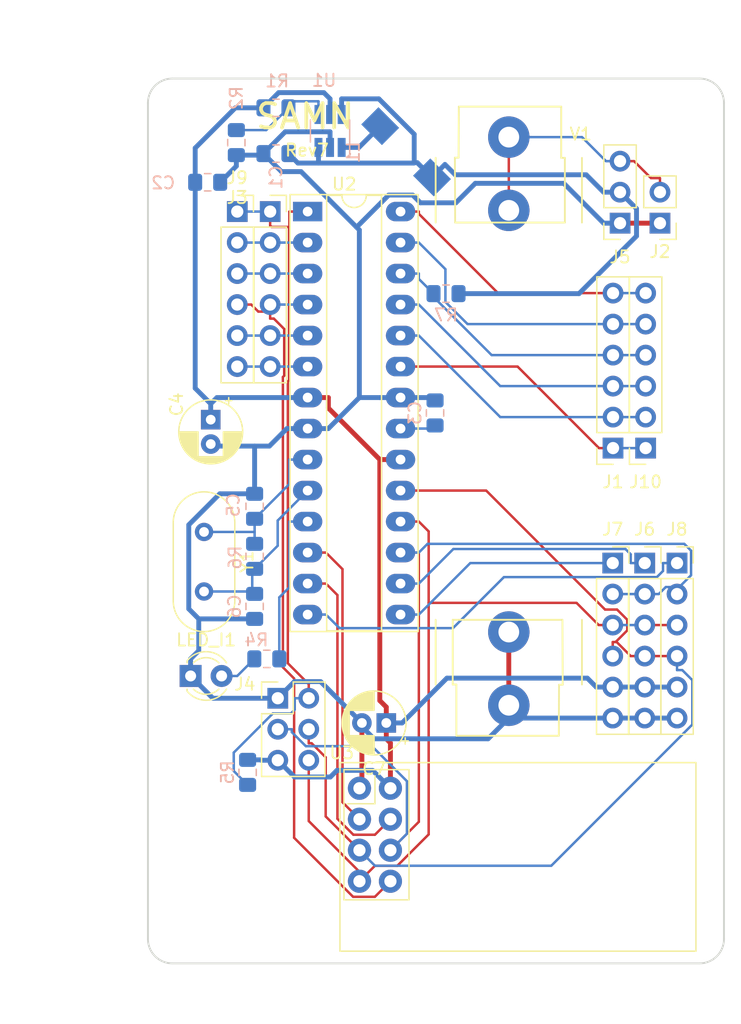
<source format=kicad_pcb>
(kicad_pcb (version 20171130) (host pcbnew 5.0.2-bee76a0~70~ubuntu18.04.1)

  (general
    (thickness 1.6)
    (drawings 17)
    (tracks 316)
    (zones 0)
    (modules 30)
    (nets 32)
  )

  (page USLetter)
  (title_block
    (title Samn)
    (date 2018-11-23)
    (rev 7)
    (comment 1 "More Pins for SPI")
  )

  (layers
    (0 F.Cu mixed)
    (31 B.Cu mixed)
    (32 B.Adhes user)
    (33 F.Adhes user)
    (34 B.Paste user)
    (35 F.Paste user)
    (36 B.SilkS user)
    (37 F.SilkS user)
    (38 B.Mask user)
    (39 F.Mask user)
    (40 Dwgs.User user)
    (41 Cmts.User user)
    (42 Eco1.User user)
    (43 Eco2.User user)
    (44 Edge.Cuts user)
    (45 Margin user)
    (46 B.CrtYd user)
    (47 F.CrtYd user)
    (48 B.Fab user)
    (49 F.Fab user)
  )

  (setup
    (last_trace_width 0.2)
    (trace_clearance 0.2)
    (zone_clearance 0.508)
    (zone_45_only yes)
    (trace_min 0.2)
    (segment_width 0.15)
    (edge_width 0.15)
    (via_size 0.6)
    (via_drill 0.3)
    (via_min_size 0.6)
    (via_min_drill 0.3)
    (blind_buried_vias_allowed yes)
    (uvia_size 0.3)
    (uvia_drill 0.1)
    (uvias_allowed yes)
    (uvia_min_size 0.2)
    (uvia_min_drill 0.1)
    (pcb_text_width 0.3)
    (pcb_text_size 1.5 1.5)
    (mod_edge_width 0.15)
    (mod_text_size 1 1)
    (mod_text_width 0.15)
    (pad_size 1.524 1.524)
    (pad_drill 0.762)
    (pad_to_mask_clearance 0.051)
    (solder_mask_min_width 0.25)
    (aux_axis_origin 50.8 14.986)
    (visible_elements FFFFFF7F)
    (pcbplotparams
      (layerselection 0x010fc_ffffffff)
      (usegerberextensions true)
      (usegerberattributes false)
      (usegerberadvancedattributes false)
      (creategerberjobfile false)
      (excludeedgelayer true)
      (linewidth 0.100000)
      (plotframeref false)
      (viasonmask false)
      (mode 1)
      (useauxorigin false)
      (hpglpennumber 1)
      (hpglpenspeed 20)
      (hpglpendiameter 15.000000)
      (psnegative false)
      (psa4output false)
      (plotreference true)
      (plotvalue true)
      (plotinvisibletext false)
      (padsonsilk false)
      (subtractmaskfromsilk false)
      (outputformat 1)
      (mirror false)
      (drillshape 0)
      (scaleselection 1)
      (outputdirectory "gerber6"))
  )

  (net 0 "")
  (net 1 "Net-(C5-Pad1)")
  (net 2 "Net-(C6-Pad1)")
  (net 3 Reset)
  (net 4 +3V3)
  (net 5 "Net-(R1-Pad2)")
  (net 6 GND)
  (net 7 "Net-(R4-Pad2)")
  (net 8 "Net-(U2-Pad12)")
  (net 9 "Net-(U2-Pad13)")
  (net 10 SCK)
  (net 11 MOSI)
  (net 12 MISO)
  (net 13 "Net-(L1-Pad2)")
  (net 14 +1V5)
  (net 15 "Net-(J2-Pad2)")
  (net 16 "Net-(J3-Pad2)")
  (net 17 "Net-(J3-Pad3)")
  (net 18 "Net-(J3-Pad4)")
  (net 19 "Net-(J3-Pad5)")
  (net 20 "Net-(J3-Pad6)")
  (net 21 "Net-(C3-Pad2)")
  (net 22 "Net-(J1-Pad1)")
  (net 23 "Net-(J1-Pad2)")
  (net 24 "Net-(J1-Pad3)")
  (net 25 "Net-(J1-Pad4)")
  (net 26 "Net-(J1-Pad5)")
  (net 27 "Net-(J1-Pad6)")
  (net 28 "Net-(LED_I1-Pad2)")
  (net 29 "Net-(J8-Pad1)")
  (net 30 "Net-(J6-Pad1)")
  (net 31 "Net-(J7-Pad1)")

  (net_class Default "This is the default net class."
    (clearance 0.2)
    (trace_width 0.2)
    (via_dia 0.6)
    (via_drill 0.3)
    (uvia_dia 0.3)
    (uvia_drill 0.1)
    (diff_pair_gap 0.25)
    (diff_pair_width 0.4)
    (add_net MISO)
    (add_net MOSI)
    (add_net "Net-(C3-Pad2)")
    (add_net "Net-(C5-Pad1)")
    (add_net "Net-(C6-Pad1)")
    (add_net "Net-(J1-Pad1)")
    (add_net "Net-(J1-Pad2)")
    (add_net "Net-(J1-Pad3)")
    (add_net "Net-(J1-Pad4)")
    (add_net "Net-(J1-Pad5)")
    (add_net "Net-(J1-Pad6)")
    (add_net "Net-(J2-Pad2)")
    (add_net "Net-(J3-Pad2)")
    (add_net "Net-(J3-Pad3)")
    (add_net "Net-(J3-Pad4)")
    (add_net "Net-(J3-Pad5)")
    (add_net "Net-(J3-Pad6)")
    (add_net "Net-(J6-Pad1)")
    (add_net "Net-(J7-Pad1)")
    (add_net "Net-(J8-Pad1)")
    (add_net "Net-(L1-Pad2)")
    (add_net "Net-(LED_I1-Pad2)")
    (add_net "Net-(R1-Pad2)")
    (add_net "Net-(R4-Pad2)")
    (add_net "Net-(U2-Pad12)")
    (add_net "Net-(U2-Pad13)")
    (add_net Reset)
    (add_net SCK)
  )

  (net_class Power ""
    (clearance 0.3)
    (trace_width 0.4)
    (via_dia 0.6)
    (via_drill 0.3)
    (uvia_dia 0.3)
    (uvia_drill 0.1)
    (diff_pair_gap 0.25)
    (diff_pair_width 0.4)
    (add_net +1V5)
    (add_net +3V3)
    (add_net GND)
  )

  (module Connector_PinSocket_2.54mm:PinSocket_1x06_P2.54mm_Vertical (layer F.Cu) (tedit 5A19A430) (tstamp 5C2B53F9)
    (at 27.325 29.65)
    (descr "Through hole straight socket strip, 1x06, 2.54mm pitch, single row (from Kicad 4.0.7), script generated")
    (tags "Through hole socket strip THT 1x06 2.54mm single row")
    (path /5C3143CD)
    (fp_text reference J9 (at 0 -2.77) (layer F.SilkS)
      (effects (font (size 1 1) (thickness 0.15)))
    )
    (fp_text value Conn_01x06_Female (at 0 15.47) (layer F.Fab)
      (effects (font (size 1 1) (thickness 0.15)))
    )
    (fp_text user %R (at 0 6.35 90) (layer F.Fab)
      (effects (font (size 1 1) (thickness 0.15)))
    )
    (fp_line (start -1.8 14.45) (end -1.8 -1.8) (layer F.CrtYd) (width 0.05))
    (fp_line (start 1.75 14.45) (end -1.8 14.45) (layer F.CrtYd) (width 0.05))
    (fp_line (start 1.75 -1.8) (end 1.75 14.45) (layer F.CrtYd) (width 0.05))
    (fp_line (start -1.8 -1.8) (end 1.75 -1.8) (layer F.CrtYd) (width 0.05))
    (fp_line (start 0 -1.33) (end 1.33 -1.33) (layer F.SilkS) (width 0.12))
    (fp_line (start 1.33 -1.33) (end 1.33 0) (layer F.SilkS) (width 0.12))
    (fp_line (start 1.33 1.27) (end 1.33 14.03) (layer F.SilkS) (width 0.12))
    (fp_line (start -1.33 14.03) (end 1.33 14.03) (layer F.SilkS) (width 0.12))
    (fp_line (start -1.33 1.27) (end -1.33 14.03) (layer F.SilkS) (width 0.12))
    (fp_line (start -1.33 1.27) (end 1.33 1.27) (layer F.SilkS) (width 0.12))
    (fp_line (start -1.27 13.97) (end -1.27 -1.27) (layer F.Fab) (width 0.1))
    (fp_line (start 1.27 13.97) (end -1.27 13.97) (layer F.Fab) (width 0.1))
    (fp_line (start 1.27 -0.635) (end 1.27 13.97) (layer F.Fab) (width 0.1))
    (fp_line (start 0.635 -1.27) (end 1.27 -0.635) (layer F.Fab) (width 0.1))
    (fp_line (start -1.27 -1.27) (end 0.635 -1.27) (layer F.Fab) (width 0.1))
    (pad 6 thru_hole oval (at 0 12.7) (size 1.7 1.7) (drill 1) (layers *.Cu *.Mask)
      (net 20 "Net-(J3-Pad6)"))
    (pad 5 thru_hole oval (at 0 10.16) (size 1.7 1.7) (drill 1) (layers *.Cu *.Mask)
      (net 19 "Net-(J3-Pad5)"))
    (pad 4 thru_hole oval (at 0 7.62) (size 1.7 1.7) (drill 1) (layers *.Cu *.Mask)
      (net 18 "Net-(J3-Pad4)"))
    (pad 3 thru_hole oval (at 0 5.08) (size 1.7 1.7) (drill 1) (layers *.Cu *.Mask)
      (net 17 "Net-(J3-Pad3)"))
    (pad 2 thru_hole oval (at 0 2.54) (size 1.7 1.7) (drill 1) (layers *.Cu *.Mask)
      (net 16 "Net-(J3-Pad2)"))
    (pad 1 thru_hole rect (at 0 0) (size 1.7 1.7) (drill 1) (layers *.Cu *.Mask)
      (net 3 Reset))
    (model ${KISYS3DMOD}/Connector_PinSocket_2.54mm.3dshapes/PinSocket_1x06_P2.54mm_Vertical.wrl
      (at (xyz 0 0 0))
      (scale (xyz 1 1 1))
      (rotate (xyz 0 0 0))
    )
  )

  (module Connector_PinSocket_2.54mm:PinSocket_1x06_P2.54mm_Vertical (layer F.Cu) (tedit 5A19A430) (tstamp 5C2B53DF)
    (at 60.825 49.03 180)
    (descr "Through hole straight socket strip, 1x06, 2.54mm pitch, single row (from Kicad 4.0.7), script generated")
    (tags "Through hole socket strip THT 1x06 2.54mm single row")
    (path /5C346105)
    (fp_text reference J10 (at 0 -2.77 180) (layer F.SilkS)
      (effects (font (size 1 1) (thickness 0.15)))
    )
    (fp_text value Conn_01x06_Female (at 0 15.47 180) (layer F.Fab)
      (effects (font (size 1 1) (thickness 0.15)))
    )
    (fp_line (start -1.27 -1.27) (end 0.635 -1.27) (layer F.Fab) (width 0.1))
    (fp_line (start 0.635 -1.27) (end 1.27 -0.635) (layer F.Fab) (width 0.1))
    (fp_line (start 1.27 -0.635) (end 1.27 13.97) (layer F.Fab) (width 0.1))
    (fp_line (start 1.27 13.97) (end -1.27 13.97) (layer F.Fab) (width 0.1))
    (fp_line (start -1.27 13.97) (end -1.27 -1.27) (layer F.Fab) (width 0.1))
    (fp_line (start -1.33 1.27) (end 1.33 1.27) (layer F.SilkS) (width 0.12))
    (fp_line (start -1.33 1.27) (end -1.33 14.03) (layer F.SilkS) (width 0.12))
    (fp_line (start -1.33 14.03) (end 1.33 14.03) (layer F.SilkS) (width 0.12))
    (fp_line (start 1.33 1.27) (end 1.33 14.03) (layer F.SilkS) (width 0.12))
    (fp_line (start 1.33 -1.33) (end 1.33 0) (layer F.SilkS) (width 0.12))
    (fp_line (start 0 -1.33) (end 1.33 -1.33) (layer F.SilkS) (width 0.12))
    (fp_line (start -1.8 -1.8) (end 1.75 -1.8) (layer F.CrtYd) (width 0.05))
    (fp_line (start 1.75 -1.8) (end 1.75 14.45) (layer F.CrtYd) (width 0.05))
    (fp_line (start 1.75 14.45) (end -1.8 14.45) (layer F.CrtYd) (width 0.05))
    (fp_line (start -1.8 14.45) (end -1.8 -1.8) (layer F.CrtYd) (width 0.05))
    (fp_text user %R (at 0 6.35 270) (layer F.Fab)
      (effects (font (size 1 1) (thickness 0.15)))
    )
    (pad 1 thru_hole rect (at 0 0 180) (size 1.7 1.7) (drill 1) (layers *.Cu *.Mask)
      (net 22 "Net-(J1-Pad1)"))
    (pad 2 thru_hole oval (at 0 2.54 180) (size 1.7 1.7) (drill 1) (layers *.Cu *.Mask)
      (net 23 "Net-(J1-Pad2)"))
    (pad 3 thru_hole oval (at 0 5.08 180) (size 1.7 1.7) (drill 1) (layers *.Cu *.Mask)
      (net 24 "Net-(J1-Pad3)"))
    (pad 4 thru_hole oval (at 0 7.62 180) (size 1.7 1.7) (drill 1) (layers *.Cu *.Mask)
      (net 25 "Net-(J1-Pad4)"))
    (pad 5 thru_hole oval (at 0 10.16 180) (size 1.7 1.7) (drill 1) (layers *.Cu *.Mask)
      (net 26 "Net-(J1-Pad5)"))
    (pad 6 thru_hole oval (at 0 12.7 180) (size 1.7 1.7) (drill 1) (layers *.Cu *.Mask)
      (net 27 "Net-(J1-Pad6)"))
    (model ${KISYS3DMOD}/Connector_PinSocket_2.54mm.3dshapes/PinSocket_1x06_P2.54mm_Vertical.wrl
      (at (xyz 0 0 0))
      (scale (xyz 1 1 1))
      (rotate (xyz 0 0 0))
    )
  )

  (module common:nRF24L01_Breakout_mine (layer F.Cu) (tedit 5BE095CD) (tstamp 5C2AF0E7)
    (at 37.35 76.9)
    (descr "nRF24L01 breakout board")
    (tags "nRF24L01 adapter breakout")
    (path /5BD69B17)
    (fp_text reference U3 (at -1.45 -2.9) (layer F.SilkS)
      (effects (font (size 1 1) (thickness 0.15)))
    )
    (fp_text value NRF24L01_Breakout (at 13 5) (layer F.Fab)
      (effects (font (size 1 1) (thickness 0.15)))
    )
    (fp_line (start -1.5 -2) (end 27.5 -2) (layer F.Fab) (width 0.1))
    (fp_line (start 27.5 -2) (end 27.5 13.25) (layer F.Fab) (width 0.1))
    (fp_line (start 27.5 13.25) (end -1.5 13.25) (layer F.Fab) (width 0.1))
    (fp_line (start -1.5 13.25) (end -1.5 -2) (layer F.Fab) (width 0.1))
    (fp_line (start -1.5 -2) (end -1.5 -2) (layer F.Fab) (width 0.1))
    (fp_line (start -1.27 -1.27) (end 3.81 -1.27) (layer F.Fab) (width 0.1))
    (fp_line (start 3.81 -1.27) (end 3.81 8.89) (layer F.Fab) (width 0.1))
    (fp_line (start 3.81 8.89) (end -1.27 8.89) (layer F.Fab) (width 0.1))
    (fp_line (start -1.27 8.89) (end -1.27 -1.27) (layer F.Fab) (width 0.1))
    (fp_line (start -1.27 -1.27) (end -1.27 -1.27) (layer F.Fab) (width 0.1))
    (fp_line (start -1.27 -1.524) (end 4.064 -1.524) (layer F.SilkS) (width 0.12))
    (fp_line (start 4.064 -1.524) (end 4.064 9.144) (layer F.SilkS) (width 0.12))
    (fp_line (start 4.064 9.144) (end -1.27 9.144) (layer F.SilkS) (width 0.12))
    (fp_line (start -1.27 9.144) (end -1.27 9.144) (layer F.SilkS) (width 0.12))
    (fp_line (start 1.27 -1.016) (end 1.27 1.27) (layer F.SilkS) (width 0.12))
    (fp_line (start 1.27 1.27) (end -1.016 1.27) (layer F.SilkS) (width 0.12))
    (fp_line (start -1.016 1.27) (end -1.016 1.27) (layer F.SilkS) (width 0.12))
    (fp_line (start -1.6 -2.1) (end 27.6 -2.1) (layer F.SilkS) (width 0.12))
    (fp_line (start 27.6 -2.1) (end 27.6 13.35) (layer F.SilkS) (width 0.12))
    (fp_line (start 27.6 13.35) (end -1.6 13.35) (layer F.SilkS) (width 0.12))
    (fp_line (start -1.6 13.35) (end -1.6 -2.1) (layer F.SilkS) (width 0.12))
    (fp_line (start -1.6 -2.1) (end -1.6 -2.1) (layer F.SilkS) (width 0.12))
    (fp_line (start -1.27 9.144) (end -1.27 -1.524) (layer F.SilkS) (width 0.12))
    (fp_line (start -1.27 -1.524) (end -1.27 -1.524) (layer F.SilkS) (width 0.12))
    (fp_line (start 27.75 -2.25) (end -1.75 -2.25) (layer F.CrtYd) (width 0.05))
    (fp_line (start -1.75 -2.25) (end -1.75 13.5) (layer F.CrtYd) (width 0.05))
    (fp_line (start -1.75 13.5) (end 27.75 13.5) (layer F.CrtYd) (width 0.05))
    (fp_line (start 27.75 13.5) (end 27.75 -2.25) (layer F.CrtYd) (width 0.05))
    (fp_line (start 27.75 -2.25) (end 27.75 -2.25) (layer F.CrtYd) (width 0.05))
    (fp_text user %R (at 12.5 2.5) (layer F.Fab)
      (effects (font (size 1 1) (thickness 0.15)))
    )
    (pad 1 thru_hole circle (at 0 0) (size 1.9 1.9) (drill 1) (layers *.Cu *.Mask)
      (net 6 GND))
    (pad 2 thru_hole circle (at 2.54 0) (size 1.9 1.9) (drill 1) (layers *.Cu *.Mask)
      (net 4 +3V3))
    (pad 3 thru_hole circle (at 0 2.54) (size 1.9 1.9) (drill 1) (layers *.Cu *.Mask)
      (net 8 "Net-(U2-Pad12)"))
    (pad 4 thru_hole circle (at 2.54 2.54) (size 1.9 1.9) (drill 1) (layers *.Cu *.Mask)
      (net 9 "Net-(U2-Pad13)"))
    (pad 5 thru_hole circle (at 0 5.08) (size 1.9 1.9) (drill 1) (layers *.Cu *.Mask)
      (net 10 SCK))
    (pad 6 thru_hole circle (at 2.54 5.08) (size 1.9 1.9) (drill 1) (layers *.Cu *.Mask)
      (net 11 MOSI))
    (pad 7 thru_hole circle (at 0 7.62) (size 1.9 1.9) (drill 1) (layers *.Cu *.Mask)
      (net 12 MISO))
    (pad 8 thru_hole circle (at 2.54 7.62) (size 1.9 1.9) (drill 1) (layers *.Cu *.Mask)
      (net 18 "Net-(J3-Pad4)"))
    (model ${KISYS3DMOD}/RF_Module.3dshapes/nRF24L01_Breakout.wrl
      (at (xyz 0 0 0))
      (scale (xyz 1 1 1))
      (rotate (xyz 0 0 0))
    )
  )

  (module Connector_PinHeader_2.54mm:PinHeader_1x02_P2.54mm_Vertical (layer F.Cu) (tedit 59FED5CC) (tstamp 5C2B4751)
    (at 62 30.6 180)
    (descr "Through hole straight pin header, 1x02, 2.54mm pitch, single row")
    (tags "Through hole pin header THT 1x02 2.54mm single row")
    (path /5C2BB58E)
    (fp_text reference J2 (at 0 -2.33 180) (layer F.SilkS)
      (effects (font (size 1 1) (thickness 0.15)))
    )
    (fp_text value Conn_01x02 (at 0 4.87 180) (layer F.Fab)
      (effects (font (size 1 1) (thickness 0.15)))
    )
    (fp_line (start -0.635 -1.27) (end 1.27 -1.27) (layer F.Fab) (width 0.1))
    (fp_line (start 1.27 -1.27) (end 1.27 3.81) (layer F.Fab) (width 0.1))
    (fp_line (start 1.27 3.81) (end -1.27 3.81) (layer F.Fab) (width 0.1))
    (fp_line (start -1.27 3.81) (end -1.27 -0.635) (layer F.Fab) (width 0.1))
    (fp_line (start -1.27 -0.635) (end -0.635 -1.27) (layer F.Fab) (width 0.1))
    (fp_line (start -1.33 3.87) (end 1.33 3.87) (layer F.SilkS) (width 0.12))
    (fp_line (start -1.33 1.27) (end -1.33 3.87) (layer F.SilkS) (width 0.12))
    (fp_line (start 1.33 1.27) (end 1.33 3.87) (layer F.SilkS) (width 0.12))
    (fp_line (start -1.33 1.27) (end 1.33 1.27) (layer F.SilkS) (width 0.12))
    (fp_line (start -1.33 0) (end -1.33 -1.33) (layer F.SilkS) (width 0.12))
    (fp_line (start -1.33 -1.33) (end 0 -1.33) (layer F.SilkS) (width 0.12))
    (fp_line (start -1.8 -1.8) (end -1.8 4.35) (layer F.CrtYd) (width 0.05))
    (fp_line (start -1.8 4.35) (end 1.8 4.35) (layer F.CrtYd) (width 0.05))
    (fp_line (start 1.8 4.35) (end 1.8 -1.8) (layer F.CrtYd) (width 0.05))
    (fp_line (start 1.8 -1.8) (end -1.8 -1.8) (layer F.CrtYd) (width 0.05))
    (fp_text user %R (at 0 1.27 270) (layer F.Fab)
      (effects (font (size 1 1) (thickness 0.15)))
    )
    (pad 1 thru_hole rect (at 0 0 180) (size 1.7 1.7) (drill 1) (layers *.Cu *.Mask)
      (net 6 GND))
    (pad 2 thru_hole oval (at 0 2.54 180) (size 1.7 1.7) (drill 1) (layers *.Cu *.Mask)
      (net 15 "Net-(J2-Pad2)"))
    (model ${KISYS3DMOD}/Connector_PinHeader_2.54mm.3dshapes/PinHeader_1x02_P2.54mm_Vertical.wrl
      (at (xyz 0 0 0))
      (scale (xyz 1 1 1))
      (rotate (xyz 0 0 0))
    )
  )

  (module Connector_PinSocket_2.54mm:PinSocket_1x06_P2.54mm_Vertical (layer F.Cu) (tedit 5A19A430) (tstamp 5C2B1D9F)
    (at 63.4 58.45)
    (descr "Through hole straight socket strip, 1x06, 2.54mm pitch, single row (from Kicad 4.0.7), script generated")
    (tags "Through hole socket strip THT 1x06 2.54mm single row")
    (path /5C222C3D)
    (fp_text reference J8 (at 0 -2.77) (layer F.SilkS)
      (effects (font (size 1 1) (thickness 0.15)))
    )
    (fp_text value Conn_01x06 (at 0 15.47) (layer F.Fab)
      (effects (font (size 1 1) (thickness 0.15)))
    )
    (fp_line (start -1.27 -1.27) (end 0.635 -1.27) (layer F.Fab) (width 0.1))
    (fp_line (start 0.635 -1.27) (end 1.27 -0.635) (layer F.Fab) (width 0.1))
    (fp_line (start 1.27 -0.635) (end 1.27 13.97) (layer F.Fab) (width 0.1))
    (fp_line (start 1.27 13.97) (end -1.27 13.97) (layer F.Fab) (width 0.1))
    (fp_line (start -1.27 13.97) (end -1.27 -1.27) (layer F.Fab) (width 0.1))
    (fp_line (start -1.33 1.27) (end 1.33 1.27) (layer F.SilkS) (width 0.12))
    (fp_line (start -1.33 1.27) (end -1.33 14.03) (layer F.SilkS) (width 0.12))
    (fp_line (start -1.33 14.03) (end 1.33 14.03) (layer F.SilkS) (width 0.12))
    (fp_line (start 1.33 1.27) (end 1.33 14.03) (layer F.SilkS) (width 0.12))
    (fp_line (start 1.33 -1.33) (end 1.33 0) (layer F.SilkS) (width 0.12))
    (fp_line (start 0 -1.33) (end 1.33 -1.33) (layer F.SilkS) (width 0.12))
    (fp_line (start -1.8 -1.8) (end 1.75 -1.8) (layer F.CrtYd) (width 0.05))
    (fp_line (start 1.75 -1.8) (end 1.75 14.45) (layer F.CrtYd) (width 0.05))
    (fp_line (start 1.75 14.45) (end -1.8 14.45) (layer F.CrtYd) (width 0.05))
    (fp_line (start -1.8 14.45) (end -1.8 -1.8) (layer F.CrtYd) (width 0.05))
    (fp_text user %R (at 0 6.35 90) (layer F.Fab)
      (effects (font (size 1 1) (thickness 0.15)))
    )
    (pad 1 thru_hole rect (at 0 0) (size 1.7 1.7) (drill 1) (layers *.Cu *.Mask)
      (net 29 "Net-(J8-Pad1)"))
    (pad 2 thru_hole oval (at 0 2.54) (size 1.7 1.7) (drill 1) (layers *.Cu *.Mask)
      (net 11 MOSI))
    (pad 3 thru_hole oval (at 0 5.08) (size 1.7 1.7) (drill 1) (layers *.Cu *.Mask)
      (net 12 MISO))
    (pad 4 thru_hole oval (at 0 7.62) (size 1.7 1.7) (drill 1) (layers *.Cu *.Mask)
      (net 10 SCK))
    (pad 5 thru_hole oval (at 0 10.16) (size 1.7 1.7) (drill 1) (layers *.Cu *.Mask)
      (net 4 +3V3))
    (pad 6 thru_hole oval (at 0 12.7) (size 1.7 1.7) (drill 1) (layers *.Cu *.Mask)
      (net 6 GND))
    (model ${KISYS3DMOD}/Connector_PinSocket_2.54mm.3dshapes/PinSocket_1x06_P2.54mm_Vertical.wrl
      (at (xyz 0 0 0))
      (scale (xyz 1 1 1))
      (rotate (xyz 0 0 0))
    )
  )

  (module Connector_PinSocket_2.54mm:PinSocket_1x06_P2.54mm_Vertical (layer F.Cu) (tedit 5A19A430) (tstamp 5C2B57F8)
    (at 60.75 58.45)
    (descr "Through hole straight socket strip, 1x06, 2.54mm pitch, single row (from Kicad 4.0.7), script generated")
    (tags "Through hole socket strip THT 1x06 2.54mm single row")
    (path /5C21D993)
    (fp_text reference J6 (at 0 -2.77) (layer F.SilkS)
      (effects (font (size 1 1) (thickness 0.15)))
    )
    (fp_text value Conn_01x06 (at 0 15.47) (layer F.Fab)
      (effects (font (size 1 1) (thickness 0.15)))
    )
    (fp_text user %R (at 0 6.35 90) (layer F.Fab)
      (effects (font (size 1 1) (thickness 0.15)))
    )
    (fp_line (start -1.8 14.45) (end -1.8 -1.8) (layer F.CrtYd) (width 0.05))
    (fp_line (start 1.75 14.45) (end -1.8 14.45) (layer F.CrtYd) (width 0.05))
    (fp_line (start 1.75 -1.8) (end 1.75 14.45) (layer F.CrtYd) (width 0.05))
    (fp_line (start -1.8 -1.8) (end 1.75 -1.8) (layer F.CrtYd) (width 0.05))
    (fp_line (start 0 -1.33) (end 1.33 -1.33) (layer F.SilkS) (width 0.12))
    (fp_line (start 1.33 -1.33) (end 1.33 0) (layer F.SilkS) (width 0.12))
    (fp_line (start 1.33 1.27) (end 1.33 14.03) (layer F.SilkS) (width 0.12))
    (fp_line (start -1.33 14.03) (end 1.33 14.03) (layer F.SilkS) (width 0.12))
    (fp_line (start -1.33 1.27) (end -1.33 14.03) (layer F.SilkS) (width 0.12))
    (fp_line (start -1.33 1.27) (end 1.33 1.27) (layer F.SilkS) (width 0.12))
    (fp_line (start -1.27 13.97) (end -1.27 -1.27) (layer F.Fab) (width 0.1))
    (fp_line (start 1.27 13.97) (end -1.27 13.97) (layer F.Fab) (width 0.1))
    (fp_line (start 1.27 -0.635) (end 1.27 13.97) (layer F.Fab) (width 0.1))
    (fp_line (start 0.635 -1.27) (end 1.27 -0.635) (layer F.Fab) (width 0.1))
    (fp_line (start -1.27 -1.27) (end 0.635 -1.27) (layer F.Fab) (width 0.1))
    (pad 6 thru_hole oval (at 0 12.7) (size 1.7 1.7) (drill 1) (layers *.Cu *.Mask)
      (net 6 GND))
    (pad 5 thru_hole oval (at 0 10.16) (size 1.7 1.7) (drill 1) (layers *.Cu *.Mask)
      (net 4 +3V3))
    (pad 4 thru_hole oval (at 0 7.62) (size 1.7 1.7) (drill 1) (layers *.Cu *.Mask)
      (net 10 SCK))
    (pad 3 thru_hole oval (at 0 5.08) (size 1.7 1.7) (drill 1) (layers *.Cu *.Mask)
      (net 12 MISO))
    (pad 2 thru_hole oval (at 0 2.54) (size 1.7 1.7) (drill 1) (layers *.Cu *.Mask)
      (net 11 MOSI))
    (pad 1 thru_hole rect (at 0 0) (size 1.7 1.7) (drill 1) (layers *.Cu *.Mask)
      (net 30 "Net-(J6-Pad1)"))
    (model ${KISYS3DMOD}/Connector_PinSocket_2.54mm.3dshapes/PinSocket_1x06_P2.54mm_Vertical.wrl
      (at (xyz 0 0 0))
      (scale (xyz 1 1 1))
      (rotate (xyz 0 0 0))
    )
  )

  (module Connector_PinSocket_2.54mm:PinSocket_1x06_P2.54mm_Vertical (layer F.Cu) (tedit 5A19A430) (tstamp 5C2B2369)
    (at 58.125 58.45)
    (descr "Through hole straight socket strip, 1x06, 2.54mm pitch, single row (from Kicad 4.0.7), script generated")
    (tags "Through hole socket strip THT 1x06 2.54mm single row")
    (path /5C20DCFD)
    (fp_text reference J7 (at 0 -2.77) (layer F.SilkS)
      (effects (font (size 1 1) (thickness 0.15)))
    )
    (fp_text value Conn_01x06 (at 0 15.47) (layer F.Fab)
      (effects (font (size 1 1) (thickness 0.15)))
    )
    (fp_line (start -1.27 -1.27) (end 0.635 -1.27) (layer F.Fab) (width 0.1))
    (fp_line (start 0.635 -1.27) (end 1.27 -0.635) (layer F.Fab) (width 0.1))
    (fp_line (start 1.27 -0.635) (end 1.27 13.97) (layer F.Fab) (width 0.1))
    (fp_line (start 1.27 13.97) (end -1.27 13.97) (layer F.Fab) (width 0.1))
    (fp_line (start -1.27 13.97) (end -1.27 -1.27) (layer F.Fab) (width 0.1))
    (fp_line (start -1.33 1.27) (end 1.33 1.27) (layer F.SilkS) (width 0.12))
    (fp_line (start -1.33 1.27) (end -1.33 14.03) (layer F.SilkS) (width 0.12))
    (fp_line (start -1.33 14.03) (end 1.33 14.03) (layer F.SilkS) (width 0.12))
    (fp_line (start 1.33 1.27) (end 1.33 14.03) (layer F.SilkS) (width 0.12))
    (fp_line (start 1.33 -1.33) (end 1.33 0) (layer F.SilkS) (width 0.12))
    (fp_line (start 0 -1.33) (end 1.33 -1.33) (layer F.SilkS) (width 0.12))
    (fp_line (start -1.8 -1.8) (end 1.75 -1.8) (layer F.CrtYd) (width 0.05))
    (fp_line (start 1.75 -1.8) (end 1.75 14.45) (layer F.CrtYd) (width 0.05))
    (fp_line (start 1.75 14.45) (end -1.8 14.45) (layer F.CrtYd) (width 0.05))
    (fp_line (start -1.8 14.45) (end -1.8 -1.8) (layer F.CrtYd) (width 0.05))
    (fp_text user %R (at 0 6.35 90) (layer F.Fab)
      (effects (font (size 1 1) (thickness 0.15)))
    )
    (pad 1 thru_hole rect (at 0 0) (size 1.7 1.7) (drill 1) (layers *.Cu *.Mask)
      (net 31 "Net-(J7-Pad1)"))
    (pad 2 thru_hole oval (at 0 2.54) (size 1.7 1.7) (drill 1) (layers *.Cu *.Mask)
      (net 11 MOSI))
    (pad 3 thru_hole oval (at 0 5.08) (size 1.7 1.7) (drill 1) (layers *.Cu *.Mask)
      (net 12 MISO))
    (pad 4 thru_hole oval (at 0 7.62) (size 1.7 1.7) (drill 1) (layers *.Cu *.Mask)
      (net 10 SCK))
    (pad 5 thru_hole oval (at 0 10.16) (size 1.7 1.7) (drill 1) (layers *.Cu *.Mask)
      (net 4 +3V3))
    (pad 6 thru_hole oval (at 0 12.7) (size 1.7 1.7) (drill 1) (layers *.Cu *.Mask)
      (net 6 GND))
    (model ${KISYS3DMOD}/Connector_PinSocket_2.54mm.3dshapes/PinSocket_1x06_P2.54mm_Vertical.wrl
      (at (xyz 0 0 0))
      (scale (xyz 1 1 1))
      (rotate (xyz 0 0 0))
    )
  )

  (module Connector_PinSocket_2.54mm:PinSocket_1x03_P2.54mm_Vertical (layer F.Cu) (tedit 5A19A429) (tstamp 5C2B38A8)
    (at 58.725 30.6 180)
    (descr "Through hole straight socket strip, 1x03, 2.54mm pitch, single row (from Kicad 4.0.7), script generated")
    (tags "Through hole socket strip THT 1x03 2.54mm single row")
    (path /5BF8A063)
    (fp_text reference J5 (at 0 -2.77 180) (layer F.SilkS)
      (effects (font (size 1 1) (thickness 0.15)))
    )
    (fp_text value Conn_01x03 (at 0 7.85 180) (layer F.Fab)
      (effects (font (size 1 1) (thickness 0.15)))
    )
    (fp_line (start -1.27 -1.27) (end 0.635 -1.27) (layer F.Fab) (width 0.1))
    (fp_line (start 0.635 -1.27) (end 1.27 -0.635) (layer F.Fab) (width 0.1))
    (fp_line (start 1.27 -0.635) (end 1.27 6.35) (layer F.Fab) (width 0.1))
    (fp_line (start 1.27 6.35) (end -1.27 6.35) (layer F.Fab) (width 0.1))
    (fp_line (start -1.27 6.35) (end -1.27 -1.27) (layer F.Fab) (width 0.1))
    (fp_line (start -1.33 1.27) (end 1.33 1.27) (layer F.SilkS) (width 0.12))
    (fp_line (start -1.33 1.27) (end -1.33 6.41) (layer F.SilkS) (width 0.12))
    (fp_line (start -1.33 6.41) (end 1.33 6.41) (layer F.SilkS) (width 0.12))
    (fp_line (start 1.33 1.27) (end 1.33 6.41) (layer F.SilkS) (width 0.12))
    (fp_line (start 1.33 -1.33) (end 1.33 0) (layer F.SilkS) (width 0.12))
    (fp_line (start 0 -1.33) (end 1.33 -1.33) (layer F.SilkS) (width 0.12))
    (fp_line (start -1.8 -1.8) (end 1.75 -1.8) (layer F.CrtYd) (width 0.05))
    (fp_line (start 1.75 -1.8) (end 1.75 6.85) (layer F.CrtYd) (width 0.05))
    (fp_line (start 1.75 6.85) (end -1.8 6.85) (layer F.CrtYd) (width 0.05))
    (fp_line (start -1.8 6.85) (end -1.8 -1.8) (layer F.CrtYd) (width 0.05))
    (fp_text user %R (at 0 2.54 270) (layer F.Fab)
      (effects (font (size 1 1) (thickness 0.15)))
    )
    (pad 1 thru_hole rect (at 0 0 180) (size 1.7 1.7) (drill 1) (layers *.Cu *.Mask)
      (net 6 GND))
    (pad 2 thru_hole oval (at 0 2.54 180) (size 1.7 1.7) (drill 1) (layers *.Cu *.Mask)
      (net 14 +1V5))
    (pad 3 thru_hole oval (at 0 5.08 180) (size 1.7 1.7) (drill 1) (layers *.Cu *.Mask)
      (net 15 "Net-(J2-Pad2)"))
    (model ${KISYS3DMOD}/Connector_PinSocket_2.54mm.3dshapes/PinSocket_1x03_P2.54mm_Vertical.wrl
      (at (xyz 0 0 0))
      (scale (xyz 1 1 1))
      (rotate (xyz 0 0 0))
    )
  )

  (module common:SWRH3D16R-4R7NT (layer B.Cu) (tedit 5BF85450) (tstamp 5C2B38DE)
    (at 41.25 24.75 90)
    (path /5BD4B1D3)
    (fp_text reference L1 (at -0.05 -4.4 90) (layer B.SilkS)
      (effects (font (size 1 1) (thickness 0.15)) (justify mirror))
    )
    (fp_text value 4.7uH (at 3.4 -0.1 180) (layer B.Fab)
      (effects (font (size 1 1) (thickness 0.15)) (justify mirror))
    )
    (fp_line (start -2.35 2.35) (end 1.6 2.35) (layer B.Fab) (width 0.07))
    (fp_line (start 2.35 1.6) (end 2.35 -2.35) (layer B.Fab) (width 0.07))
    (fp_line (start 2.35 -2.35) (end -2.35 -2.35) (layer B.Fab) (width 0.07))
    (fp_line (start -2.35 -2.35) (end -2.35 2.35) (layer B.Fab) (width 0.07))
    (fp_line (start 1.6 2.35) (end 2.35 1.6) (layer B.Fab) (width 0.07))
    (pad 1 smd rect (at -2.1 2.05 45) (size 2 2.4) (layers B.Cu B.Paste B.Mask)
      (net 14 +1V5))
    (pad 2 smd rect (at 2.1 -2.2 45) (size 2 2.4) (layers B.Cu B.Paste B.Mask)
      (net 13 "Net-(L1-Pad2)"))
  )

  (module Connector_PinHeader_2.54mm:PinHeader_2x03_P2.54mm_Vertical (layer F.Cu) (tedit 5C1EE720) (tstamp 5C2B31E1)
    (at 30.65 69.525)
    (descr "Through hole straight pin header, 2x03, 2.54mm pitch, double rows")
    (tags "Through hole pin header THT 2x03 2.54mm double row")
    (path /5BE1E6A7)
    (fp_text reference J4 (at -2.7 -1.15) (layer F.SilkS)
      (effects (font (size 1 1) (thickness 0.15)))
    )
    (fp_text value Conn_02x03_Male_ICSP (at 1.27 7.41) (layer F.Fab)
      (effects (font (size 1 1) (thickness 0.15)))
    )
    (fp_text user %R (at 1.27 2.54 90) (layer F.Fab)
      (effects (font (size 1 1) (thickness 0.15)))
    )
    (fp_line (start 4.35 -1.8) (end -1.8 -1.8) (layer F.CrtYd) (width 0.05))
    (fp_line (start 4.35 6.85) (end 4.35 -1.8) (layer F.CrtYd) (width 0.05))
    (fp_line (start -1.8 6.85) (end 4.35 6.85) (layer F.CrtYd) (width 0.05))
    (fp_line (start -1.8 -1.8) (end -1.8 6.85) (layer F.CrtYd) (width 0.05))
    (fp_line (start -1.33 -1.33) (end 0 -1.33) (layer F.SilkS) (width 0.12))
    (fp_line (start -1.33 0) (end -1.33 -1.33) (layer F.SilkS) (width 0.12))
    (fp_line (start 1.27 -1.33) (end 3.87 -1.33) (layer F.SilkS) (width 0.12))
    (fp_line (start 1.27 1.27) (end 1.27 -1.33) (layer F.SilkS) (width 0.12))
    (fp_line (start -1.33 1.27) (end 1.27 1.27) (layer F.SilkS) (width 0.12))
    (fp_line (start 3.87 -1.33) (end 3.87 6.41) (layer F.SilkS) (width 0.12))
    (fp_line (start -1.33 1.27) (end -1.33 6.41) (layer F.SilkS) (width 0.12))
    (fp_line (start -1.33 6.41) (end 3.87 6.41) (layer F.SilkS) (width 0.12))
    (fp_line (start -1.27 0) (end 0 -1.27) (layer F.Fab) (width 0.1))
    (fp_line (start -1.27 6.35) (end -1.27 0) (layer F.Fab) (width 0.1))
    (fp_line (start 3.81 6.35) (end -1.27 6.35) (layer F.Fab) (width 0.1))
    (fp_line (start 3.81 -1.27) (end 3.81 6.35) (layer F.Fab) (width 0.1))
    (fp_line (start 0 -1.27) (end 3.81 -1.27) (layer F.Fab) (width 0.1))
    (pad 6 thru_hole oval (at 2.54 5.08) (size 1.7 1.7) (drill 1) (layers *.Cu *.Mask)
      (net 12 MISO))
    (pad 5 thru_hole oval (at 0 5.08) (size 1.7 1.7) (drill 1) (layers *.Cu *.Mask)
      (net 4 +3V3))
    (pad 4 thru_hole oval (at 2.54 2.54) (size 1.7 1.7) (drill 1) (layers *.Cu *.Mask)
      (net 10 SCK))
    (pad 3 thru_hole oval (at 0 2.54) (size 1.7 1.7) (drill 1) (layers *.Cu *.Mask)
      (net 11 MOSI))
    (pad 2 thru_hole oval (at 2.54 0) (size 1.7 1.7) (drill 1) (layers *.Cu *.Mask)
      (net 3 Reset))
    (pad 1 thru_hole rect (at 0 0) (size 1.7 1.7) (drill 1) (layers *.Cu *.Mask)
      (net 6 GND))
    (model ${KISYS3DMOD}/Connector_PinHeader_2.54mm.3dshapes/PinHeader_2x03_P2.54mm_Vertical.wrl
      (at (xyz 0 0 0))
      (scale (xyz 1 1 1))
      (rotate (xyz 0 0 0))
    )
  )

  (module Resistor_SMD:R_0805_2012Metric_Pad1.15x1.40mm_HandSolder (layer B.Cu) (tedit 5B36C52B) (tstamp 5C2B3710)
    (at 44.45 36.375)
    (descr "Resistor SMD 0805 (2012 Metric), square (rectangular) end terminal, IPC_7351 nominal with elongated pad for handsoldering. (Body size source: https://docs.google.com/spreadsheets/d/1BsfQQcO9C6DZCsRaXUlFlo91Tg2WpOkGARC1WS5S8t0/edit?usp=sharing), generated with kicad-footprint-generator")
    (tags "resistor handsolder")
    (path /5BE15B39)
    (attr smd)
    (fp_text reference R7 (at 0 1.75) (layer B.SilkS)
      (effects (font (size 1 1) (thickness 0.15)) (justify mirror))
    )
    (fp_text value 10k (at 0 -1.65) (layer B.Fab)
      (effects (font (size 1 1) (thickness 0.15)) (justify mirror))
    )
    (fp_text user %R (at 0 0) (layer B.Fab)
      (effects (font (size 0.5 0.5) (thickness 0.08)) (justify mirror))
    )
    (fp_line (start 1.85 -0.95) (end -1.85 -0.95) (layer B.CrtYd) (width 0.05))
    (fp_line (start 1.85 0.95) (end 1.85 -0.95) (layer B.CrtYd) (width 0.05))
    (fp_line (start -1.85 0.95) (end 1.85 0.95) (layer B.CrtYd) (width 0.05))
    (fp_line (start -1.85 -0.95) (end -1.85 0.95) (layer B.CrtYd) (width 0.05))
    (fp_line (start -0.261252 -0.71) (end 0.261252 -0.71) (layer B.SilkS) (width 0.12))
    (fp_line (start -0.261252 0.71) (end 0.261252 0.71) (layer B.SilkS) (width 0.12))
    (fp_line (start 1 -0.6) (end -1 -0.6) (layer B.Fab) (width 0.1))
    (fp_line (start 1 0.6) (end 1 -0.6) (layer B.Fab) (width 0.1))
    (fp_line (start -1 0.6) (end 1 0.6) (layer B.Fab) (width 0.1))
    (fp_line (start -1 -0.6) (end -1 0.6) (layer B.Fab) (width 0.1))
    (pad 2 smd roundrect (at 1.025 0) (size 1.15 1.4) (layers B.Cu B.Paste B.Mask) (roundrect_rratio 0.217391)
      (net 14 +1V5))
    (pad 1 smd roundrect (at -1.025 0) (size 1.15 1.4) (layers B.Cu B.Paste B.Mask) (roundrect_rratio 0.217391)
      (net 25 "Net-(J1-Pad4)"))
    (model ${KISYS3DMOD}/Resistor_SMD.3dshapes/R_0805_2012Metric.wrl
      (at (xyz 0 0 0))
      (scale (xyz 1 1 1))
      (rotate (xyz 0 0 0))
    )
  )

  (module LED_THT:LED_D3.0mm_FlatTop (layer F.Cu) (tedit 5880A862) (tstamp 5C2B3BB6)
    (at 23.5 67.7)
    (descr "LED, Round, FlatTop, diameter 3.0mm, 2 pins, http://www.kingbright.com/attachments/file/psearch/000/00/00/L-47XEC(Ver.9A).pdf")
    (tags "LED Round FlatTop diameter 3.0mm 2 pins")
    (path /5BE01761)
    (fp_text reference LED_I1 (at 1.27 -2.95) (layer F.SilkS)
      (effects (font (size 1 1) (thickness 0.15)))
    )
    (fp_text value "2V 20mA" (at 1.27 2.96) (layer F.Fab)
      (effects (font (size 1 1) (thickness 0.15)))
    )
    (fp_line (start 3.7 -2.25) (end -1.15 -2.25) (layer F.CrtYd) (width 0.05))
    (fp_line (start 3.7 2.25) (end 3.7 -2.25) (layer F.CrtYd) (width 0.05))
    (fp_line (start -1.15 2.25) (end 3.7 2.25) (layer F.CrtYd) (width 0.05))
    (fp_line (start -1.15 -2.25) (end -1.15 2.25) (layer F.CrtYd) (width 0.05))
    (fp_line (start -0.29 1.08) (end -0.29 1.236) (layer F.SilkS) (width 0.12))
    (fp_line (start -0.29 -1.236) (end -0.29 -1.08) (layer F.SilkS) (width 0.12))
    (fp_line (start -0.23 -1.16619) (end -0.23 1.16619) (layer F.Fab) (width 0.1))
    (fp_circle (center 1.27 0) (end 2.77 0) (layer F.Fab) (width 0.1))
    (fp_arc (start 1.27 0) (end 0.229039 1.08) (angle -87.9) (layer F.SilkS) (width 0.12))
    (fp_arc (start 1.27 0) (end 0.229039 -1.08) (angle 87.9) (layer F.SilkS) (width 0.12))
    (fp_arc (start 1.27 0) (end -0.29 1.235516) (angle -108.8) (layer F.SilkS) (width 0.12))
    (fp_arc (start 1.27 0) (end -0.29 -1.235516) (angle 108.8) (layer F.SilkS) (width 0.12))
    (fp_arc (start 1.27 0) (end -0.23 -1.16619) (angle 284.3) (layer F.Fab) (width 0.1))
    (pad 2 thru_hole circle (at 2.54 0) (size 1.8 1.8) (drill 0.9) (layers *.Cu *.Mask)
      (net 28 "Net-(LED_I1-Pad2)"))
    (pad 1 thru_hole rect (at 0 0) (size 1.8 1.8) (drill 0.9) (layers *.Cu *.Mask)
      (net 6 GND))
    (model ${KISYS3DMOD}/LED_THT.3dshapes/LED_D3.0mm_FlatTop.wrl
      (at (xyz 0 0 0))
      (scale (xyz 1 1 1))
      (rotate (xyz 0 0 0))
    )
  )

  (module common:AA_Holder (layer F.Cu) (tedit 5BEC417A) (tstamp 5C2B3082)
    (at 49.6 23.55)
    (path /5BE78B98)
    (fp_text reference V1 (at 5.9 -0.25) (layer F.SilkS)
      (effects (font (size 1 1) (thickness 0.15)))
    )
    (fp_text value AA (at 0 -3.5) (layer F.Fab)
      (effects (font (size 1 1) (thickness 0.15)))
    )
    (fp_line (start 6 44.85) (end 6 39.55) (layer F.SilkS) (width 0.15))
    (fp_line (start -6 44.85) (end -6 39.55) (layer F.SilkS) (width 0.15))
    (fp_line (start -6 7) (end -6 1.7) (layer F.SilkS) (width 0.15))
    (fp_line (start 4.6 7) (end 4.6 1.7) (layer F.SilkS) (width 0.15))
    (fp_line (start 4.4 39.55) (end -4.6 39.55) (layer F.SilkS) (width 0.15))
    (fp_line (start -4.6 39.55) (end -4.6 44.85) (layer F.SilkS) (width 0.15))
    (fp_line (start 4.121494 44.86694) (end 4.1 49.05) (layer F.SilkS) (width 0.15))
    (fp_line (start -4.3 44.85) (end -4.3 49.05) (layer F.SilkS) (width 0.15))
    (fp_line (start 4.4 39.55) (end 4.421494 44.86694) (layer F.SilkS) (width 0.15))
    (fp_line (start -4.6 44.85) (end -4.3 44.85) (layer F.SilkS) (width 0.15))
    (fp_line (start -4.3 49.05) (end 4.1 49.05) (layer F.SilkS) (width 0.15))
    (fp_line (start 4.421494 44.86694) (end 4.121494 44.86694) (layer F.SilkS) (width 0.15))
    (fp_line (start -4.4 7) (end -4.421494 1.68306) (layer F.SilkS) (width 0.15))
    (fp_line (start -4.421494 1.68306) (end -4.121494 1.68306) (layer F.SilkS) (width 0.15))
    (fp_line (start -4.121494 1.68306) (end -4.1 -2.5) (layer F.SilkS) (width 0.15))
    (fp_line (start 4.3 -2.5) (end -4.1 -2.5) (layer F.SilkS) (width 0.15))
    (fp_line (start 4.3 1.7) (end 4.3 -2.5) (layer F.SilkS) (width 0.15))
    (fp_line (start 4.6 1.7) (end 4.3 1.7) (layer F.SilkS) (width 0.15))
    (fp_line (start 6 7) (end 6 1.7) (layer F.SilkS) (width 0.15))
    (fp_line (start -4.4 7) (end 4.6 7) (layer F.SilkS) (width 0.15))
    (pad 2 thru_hole circle (at 0 46.55 180) (size 3.4 3.4) (drill 1.7) (layers *.Cu *.Mask)
      (net 6 GND))
    (pad 2 thru_hole circle (at 0 40.55 180) (size 3.4 3.4) (drill 1.7) (layers *.Cu *.Mask)
      (net 6 GND))
    (pad 1 thru_hole circle (at 0 6) (size 3.4 3.4) (drill 1.7) (layers *.Cu *.Mask)
      (net 15 "Net-(J2-Pad2)"))
    (pad 1 thru_hole circle (at 0 0) (size 3.4 3.4) (drill 1.7) (layers *.Cu *.Mask)
      (net 15 "Net-(J2-Pad2)"))
  )

  (module Crystal:Crystal_HC49-4H_Vertical (layer F.Cu) (tedit 5A1AD3B7) (tstamp 5C2B3AF4)
    (at 24.6 55.9 270)
    (descr "Crystal THT HC-49-4H http://5hertz.com/pdfs/04404_D.pdf")
    (tags "THT crystalHC-49-4H")
    (path /5BD3E59D)
    (fp_text reference Y1 (at 2.44 -3.525 270) (layer F.SilkS)
      (effects (font (size 1 1) (thickness 0.15)))
    )
    (fp_text value 8MHz (at 2.44 3.525 270) (layer F.Fab)
      (effects (font (size 1 1) (thickness 0.15)))
    )
    (fp_arc (start 5.64 0) (end 5.64 -2.525) (angle 180) (layer F.SilkS) (width 0.12))
    (fp_arc (start -0.76 0) (end -0.76 -2.525) (angle -180) (layer F.SilkS) (width 0.12))
    (fp_arc (start 5.44 0) (end 5.44 -2) (angle 180) (layer F.Fab) (width 0.1))
    (fp_arc (start -0.56 0) (end -0.56 -2) (angle -180) (layer F.Fab) (width 0.1))
    (fp_arc (start 5.64 0) (end 5.64 -2.325) (angle 180) (layer F.Fab) (width 0.1))
    (fp_arc (start -0.76 0) (end -0.76 -2.325) (angle -180) (layer F.Fab) (width 0.1))
    (fp_line (start 8.5 -2.8) (end -3.6 -2.8) (layer F.CrtYd) (width 0.05))
    (fp_line (start 8.5 2.8) (end 8.5 -2.8) (layer F.CrtYd) (width 0.05))
    (fp_line (start -3.6 2.8) (end 8.5 2.8) (layer F.CrtYd) (width 0.05))
    (fp_line (start -3.6 -2.8) (end -3.6 2.8) (layer F.CrtYd) (width 0.05))
    (fp_line (start -0.76 2.525) (end 5.64 2.525) (layer F.SilkS) (width 0.12))
    (fp_line (start -0.76 -2.525) (end 5.64 -2.525) (layer F.SilkS) (width 0.12))
    (fp_line (start -0.56 2) (end 5.44 2) (layer F.Fab) (width 0.1))
    (fp_line (start -0.56 -2) (end 5.44 -2) (layer F.Fab) (width 0.1))
    (fp_line (start -0.76 2.325) (end 5.64 2.325) (layer F.Fab) (width 0.1))
    (fp_line (start -0.76 -2.325) (end 5.64 -2.325) (layer F.Fab) (width 0.1))
    (fp_text user %R (at 2.44 0 270) (layer F.Fab)
      (effects (font (size 1 1) (thickness 0.15)))
    )
    (pad 2 thru_hole circle (at 4.88 0 270) (size 1.5 1.5) (drill 0.8) (layers *.Cu *.Mask)
      (net 2 "Net-(C6-Pad1)"))
    (pad 1 thru_hole circle (at 0 0 270) (size 1.5 1.5) (drill 0.8) (layers *.Cu *.Mask)
      (net 1 "Net-(C5-Pad1)"))
    (model ${KISYS3DMOD}/Crystal.3dshapes/Crystal_HC49-4H_Vertical.wrl
      (at (xyz 0 0 0))
      (scale (xyz 1 1 1))
      (rotate (xyz 0 0 0))
    )
  )

  (module Capacitor_SMD:C_0805_2012Metric_Pad1.15x1.40mm_HandSolder (layer B.Cu) (tedit 5B36C52B) (tstamp 5C2B39B0)
    (at 24.9 27.25 180)
    (descr "Capacitor SMD 0805 (2012 Metric), square (rectangular) end terminal, IPC_7351 nominal with elongated pad for handsoldering. (Body size source: https://docs.google.com/spreadsheets/d/1BsfQQcO9C6DZCsRaXUlFlo91Tg2WpOkGARC1WS5S8t0/edit?usp=sharing), generated with kicad-footprint-generator")
    (tags "capacitor handsolder")
    (path /5BD45B52)
    (attr smd)
    (fp_text reference C2 (at 3.65 -0.05 180) (layer B.SilkS)
      (effects (font (size 1 1) (thickness 0.15)) (justify mirror))
    )
    (fp_text value 10uF (at -0.2 -2.45 180) (layer B.Fab)
      (effects (font (size 1 1) (thickness 0.15)) (justify mirror))
    )
    (fp_text user %R (at 0 0 180) (layer B.Fab)
      (effects (font (size 0.5 0.5) (thickness 0.08)) (justify mirror))
    )
    (fp_line (start 1.85 -0.95) (end -1.85 -0.95) (layer B.CrtYd) (width 0.05))
    (fp_line (start 1.85 0.95) (end 1.85 -0.95) (layer B.CrtYd) (width 0.05))
    (fp_line (start -1.85 0.95) (end 1.85 0.95) (layer B.CrtYd) (width 0.05))
    (fp_line (start -1.85 -0.95) (end -1.85 0.95) (layer B.CrtYd) (width 0.05))
    (fp_line (start -0.261252 -0.71) (end 0.261252 -0.71) (layer B.SilkS) (width 0.12))
    (fp_line (start -0.261252 0.71) (end 0.261252 0.71) (layer B.SilkS) (width 0.12))
    (fp_line (start 1 -0.6) (end -1 -0.6) (layer B.Fab) (width 0.1))
    (fp_line (start 1 0.6) (end 1 -0.6) (layer B.Fab) (width 0.1))
    (fp_line (start -1 0.6) (end 1 0.6) (layer B.Fab) (width 0.1))
    (fp_line (start -1 -0.6) (end -1 0.6) (layer B.Fab) (width 0.1))
    (pad 2 smd roundrect (at 1.025 0 180) (size 1.15 1.4) (layers B.Cu B.Paste B.Mask) (roundrect_rratio 0.217391)
      (net 4 +3V3))
    (pad 1 smd roundrect (at -1.025 0 180) (size 1.15 1.4) (layers B.Cu B.Paste B.Mask) (roundrect_rratio 0.217391)
      (net 6 GND))
    (model ${KISYS3DMOD}/Capacitor_SMD.3dshapes/C_0805_2012Metric.wrl
      (at (xyz 0 0 0))
      (scale (xyz 1 1 1))
      (rotate (xyz 0 0 0))
    )
  )

  (module Capacitor_SMD:C_0805_2012Metric_Pad1.15x1.40mm_HandSolder (layer B.Cu) (tedit 5B36C52B) (tstamp 5C2B3182)
    (at 43.55 46.15 270)
    (descr "Capacitor SMD 0805 (2012 Metric), square (rectangular) end terminal, IPC_7351 nominal with elongated pad for handsoldering. (Body size source: https://docs.google.com/spreadsheets/d/1BsfQQcO9C6DZCsRaXUlFlo91Tg2WpOkGARC1WS5S8t0/edit?usp=sharing), generated with kicad-footprint-generator")
    (tags "capacitor handsolder")
    (path /5BD3C106)
    (attr smd)
    (fp_text reference C3 (at 0 1.65 270) (layer B.SilkS)
      (effects (font (size 1 1) (thickness 0.15)) (justify mirror))
    )
    (fp_text value 22pF (at 0 -1.65 270) (layer B.Fab)
      (effects (font (size 1 1) (thickness 0.15)) (justify mirror))
    )
    (fp_text user %R (at 0 0 270) (layer B.Fab)
      (effects (font (size 0.5 0.5) (thickness 0.08)) (justify mirror))
    )
    (fp_line (start 1.85 -0.95) (end -1.85 -0.95) (layer B.CrtYd) (width 0.05))
    (fp_line (start 1.85 0.95) (end 1.85 -0.95) (layer B.CrtYd) (width 0.05))
    (fp_line (start -1.85 0.95) (end 1.85 0.95) (layer B.CrtYd) (width 0.05))
    (fp_line (start -1.85 -0.95) (end -1.85 0.95) (layer B.CrtYd) (width 0.05))
    (fp_line (start -0.261252 -0.71) (end 0.261252 -0.71) (layer B.SilkS) (width 0.12))
    (fp_line (start -0.261252 0.71) (end 0.261252 0.71) (layer B.SilkS) (width 0.12))
    (fp_line (start 1 -0.6) (end -1 -0.6) (layer B.Fab) (width 0.1))
    (fp_line (start 1 0.6) (end 1 -0.6) (layer B.Fab) (width 0.1))
    (fp_line (start -1 0.6) (end 1 0.6) (layer B.Fab) (width 0.1))
    (fp_line (start -1 -0.6) (end -1 0.6) (layer B.Fab) (width 0.1))
    (pad 2 smd roundrect (at 1.025 0 270) (size 1.15 1.4) (layers B.Cu B.Paste B.Mask) (roundrect_rratio 0.217391)
      (net 21 "Net-(C3-Pad2)"))
    (pad 1 smd roundrect (at -1.025 0 270) (size 1.15 1.4) (layers B.Cu B.Paste B.Mask) (roundrect_rratio 0.217391)
      (net 6 GND))
    (model ${KISYS3DMOD}/Capacitor_SMD.3dshapes/C_0805_2012Metric.wrl
      (at (xyz 0 0 0))
      (scale (xyz 1 1 1))
      (rotate (xyz 0 0 0))
    )
  )

  (module Capacitor_SMD:C_0805_2012Metric_Pad1.15x1.40mm_HandSolder (layer B.Cu) (tedit 5B36C52B) (tstamp 5C2B3A10)
    (at 28.75 53.8 90)
    (descr "Capacitor SMD 0805 (2012 Metric), square (rectangular) end terminal, IPC_7351 nominal with elongated pad for handsoldering. (Body size source: https://docs.google.com/spreadsheets/d/1BsfQQcO9C6DZCsRaXUlFlo91Tg2WpOkGARC1WS5S8t0/edit?usp=sharing), generated with kicad-footprint-generator")
    (tags "capacitor handsolder")
    (path /5BD3D9C4)
    (attr smd)
    (fp_text reference C5 (at 0.1 -1.75 90) (layer B.SilkS)
      (effects (font (size 1 1) (thickness 0.15)) (justify mirror))
    )
    (fp_text value 22pF (at 0 -1.65 90) (layer B.Fab)
      (effects (font (size 1 1) (thickness 0.15)) (justify mirror))
    )
    (fp_text user %R (at 0 0 90) (layer B.Fab)
      (effects (font (size 0.5 0.5) (thickness 0.08)) (justify mirror))
    )
    (fp_line (start 1.85 -0.95) (end -1.85 -0.95) (layer B.CrtYd) (width 0.05))
    (fp_line (start 1.85 0.95) (end 1.85 -0.95) (layer B.CrtYd) (width 0.05))
    (fp_line (start -1.85 0.95) (end 1.85 0.95) (layer B.CrtYd) (width 0.05))
    (fp_line (start -1.85 -0.95) (end -1.85 0.95) (layer B.CrtYd) (width 0.05))
    (fp_line (start -0.261252 -0.71) (end 0.261252 -0.71) (layer B.SilkS) (width 0.12))
    (fp_line (start -0.261252 0.71) (end 0.261252 0.71) (layer B.SilkS) (width 0.12))
    (fp_line (start 1 -0.6) (end -1 -0.6) (layer B.Fab) (width 0.1))
    (fp_line (start 1 0.6) (end 1 -0.6) (layer B.Fab) (width 0.1))
    (fp_line (start -1 0.6) (end 1 0.6) (layer B.Fab) (width 0.1))
    (fp_line (start -1 -0.6) (end -1 0.6) (layer B.Fab) (width 0.1))
    (pad 2 smd roundrect (at 1.025 0 90) (size 1.15 1.4) (layers B.Cu B.Paste B.Mask) (roundrect_rratio 0.217391)
      (net 6 GND))
    (pad 1 smd roundrect (at -1.025 0 90) (size 1.15 1.4) (layers B.Cu B.Paste B.Mask) (roundrect_rratio 0.217391)
      (net 1 "Net-(C5-Pad1)"))
    (model ${KISYS3DMOD}/Capacitor_SMD.3dshapes/C_0805_2012Metric.wrl
      (at (xyz 0 0 0))
      (scale (xyz 1 1 1))
      (rotate (xyz 0 0 0))
    )
  )

  (module Capacitor_SMD:C_0805_2012Metric_Pad1.15x1.40mm_HandSolder (layer B.Cu) (tedit 5B36C52B) (tstamp 5C2B3227)
    (at 28.75 62 270)
    (descr "Capacitor SMD 0805 (2012 Metric), square (rectangular) end terminal, IPC_7351 nominal with elongated pad for handsoldering. (Body size source: https://docs.google.com/spreadsheets/d/1BsfQQcO9C6DZCsRaXUlFlo91Tg2WpOkGARC1WS5S8t0/edit?usp=sharing), generated with kicad-footprint-generator")
    (tags "capacitor handsolder")
    (path /5BD3DAC9)
    (attr smd)
    (fp_text reference C6 (at 0 1.65 270) (layer B.SilkS)
      (effects (font (size 1 1) (thickness 0.15)) (justify mirror))
    )
    (fp_text value 22pF (at 0 -1.65 270) (layer B.Fab)
      (effects (font (size 1 1) (thickness 0.15)) (justify mirror))
    )
    (fp_text user %R (at 0 0 270) (layer B.Fab)
      (effects (font (size 0.5 0.5) (thickness 0.08)) (justify mirror))
    )
    (fp_line (start 1.85 -0.95) (end -1.85 -0.95) (layer B.CrtYd) (width 0.05))
    (fp_line (start 1.85 0.95) (end 1.85 -0.95) (layer B.CrtYd) (width 0.05))
    (fp_line (start -1.85 0.95) (end 1.85 0.95) (layer B.CrtYd) (width 0.05))
    (fp_line (start -1.85 -0.95) (end -1.85 0.95) (layer B.CrtYd) (width 0.05))
    (fp_line (start -0.261252 -0.71) (end 0.261252 -0.71) (layer B.SilkS) (width 0.12))
    (fp_line (start -0.261252 0.71) (end 0.261252 0.71) (layer B.SilkS) (width 0.12))
    (fp_line (start 1 -0.6) (end -1 -0.6) (layer B.Fab) (width 0.1))
    (fp_line (start 1 0.6) (end 1 -0.6) (layer B.Fab) (width 0.1))
    (fp_line (start -1 0.6) (end 1 0.6) (layer B.Fab) (width 0.1))
    (fp_line (start -1 -0.6) (end -1 0.6) (layer B.Fab) (width 0.1))
    (pad 2 smd roundrect (at 1.025 0 270) (size 1.15 1.4) (layers B.Cu B.Paste B.Mask) (roundrect_rratio 0.217391)
      (net 6 GND))
    (pad 1 smd roundrect (at -1.025 0 270) (size 1.15 1.4) (layers B.Cu B.Paste B.Mask) (roundrect_rratio 0.217391)
      (net 2 "Net-(C6-Pad1)"))
    (model ${KISYS3DMOD}/Capacitor_SMD.3dshapes/C_0805_2012Metric.wrl
      (at (xyz 0 0 0))
      (scale (xyz 1 1 1))
      (rotate (xyz 0 0 0))
    )
  )

  (module Capacitor_SMD:C_0805_2012Metric_Pad1.15x1.40mm_HandSolder (layer B.Cu) (tedit 5B36C52B) (tstamp 5C2B39E0)
    (at 30.5 24.9 180)
    (descr "Capacitor SMD 0805 (2012 Metric), square (rectangular) end terminal, IPC_7351 nominal with elongated pad for handsoldering. (Body size source: https://docs.google.com/spreadsheets/d/1BsfQQcO9C6DZCsRaXUlFlo91Tg2WpOkGARC1WS5S8t0/edit?usp=sharing), generated with kicad-footprint-generator")
    (tags "capacitor handsolder")
    (path /5BD42C4E)
    (attr smd)
    (fp_text reference C1 (at 0 -1.95 270) (layer B.SilkS)
      (effects (font (size 1 1) (thickness 0.15)) (justify mirror))
    )
    (fp_text value 4.7uF (at 0.15 -1.7 180) (layer B.Fab)
      (effects (font (size 1 1) (thickness 0.15)) (justify mirror))
    )
    (fp_text user %R (at 0 0 180) (layer B.Fab)
      (effects (font (size 0.5 0.5) (thickness 0.08)) (justify mirror))
    )
    (fp_line (start 1.85 -0.95) (end -1.85 -0.95) (layer B.CrtYd) (width 0.05))
    (fp_line (start 1.85 0.95) (end 1.85 -0.95) (layer B.CrtYd) (width 0.05))
    (fp_line (start -1.85 0.95) (end 1.85 0.95) (layer B.CrtYd) (width 0.05))
    (fp_line (start -1.85 -0.95) (end -1.85 0.95) (layer B.CrtYd) (width 0.05))
    (fp_line (start -0.261252 -0.71) (end 0.261252 -0.71) (layer B.SilkS) (width 0.12))
    (fp_line (start -0.261252 0.71) (end 0.261252 0.71) (layer B.SilkS) (width 0.12))
    (fp_line (start 1 -0.6) (end -1 -0.6) (layer B.Fab) (width 0.1))
    (fp_line (start 1 0.6) (end 1 -0.6) (layer B.Fab) (width 0.1))
    (fp_line (start -1 0.6) (end 1 0.6) (layer B.Fab) (width 0.1))
    (fp_line (start -1 -0.6) (end -1 0.6) (layer B.Fab) (width 0.1))
    (pad 2 smd roundrect (at 1.025 0 180) (size 1.15 1.4) (layers B.Cu B.Paste B.Mask) (roundrect_rratio 0.217391)
      (net 6 GND))
    (pad 1 smd roundrect (at -1.025 0 180) (size 1.15 1.4) (layers B.Cu B.Paste B.Mask) (roundrect_rratio 0.217391)
      (net 14 +1V5))
    (model ${KISYS3DMOD}/Capacitor_SMD.3dshapes/C_0805_2012Metric.wrl
      (at (xyz 0 0 0))
      (scale (xyz 1 1 1))
      (rotate (xyz 0 0 0))
    )
  )

  (module Capacitor_THT:CP_Radial_D5.0mm_P2.00mm (layer F.Cu) (tedit 5AE50EF0) (tstamp 5C2B3341)
    (at 25.15 46.7 270)
    (descr "CP, Radial series, Radial, pin pitch=2.00mm, , diameter=5mm, Electrolytic Capacitor")
    (tags "CP Radial series Radial pin pitch 2.00mm  diameter 5mm Electrolytic Capacitor")
    (path /5BE357C2)
    (fp_text reference C4 (at -1.25 2.8 270) (layer F.SilkS)
      (effects (font (size 1 1) (thickness 0.15)))
    )
    (fp_text value 100uF (at 1 3.75 270) (layer F.Fab)
      (effects (font (size 1 1) (thickness 0.15)))
    )
    (fp_text user %R (at 1 0 270) (layer F.Fab)
      (effects (font (size 1 1) (thickness 0.15)))
    )
    (fp_line (start -1.554775 -1.725) (end -1.554775 -1.225) (layer F.SilkS) (width 0.12))
    (fp_line (start -1.804775 -1.475) (end -1.304775 -1.475) (layer F.SilkS) (width 0.12))
    (fp_line (start 3.601 -0.284) (end 3.601 0.284) (layer F.SilkS) (width 0.12))
    (fp_line (start 3.561 -0.518) (end 3.561 0.518) (layer F.SilkS) (width 0.12))
    (fp_line (start 3.521 -0.677) (end 3.521 0.677) (layer F.SilkS) (width 0.12))
    (fp_line (start 3.481 -0.805) (end 3.481 0.805) (layer F.SilkS) (width 0.12))
    (fp_line (start 3.441 -0.915) (end 3.441 0.915) (layer F.SilkS) (width 0.12))
    (fp_line (start 3.401 -1.011) (end 3.401 1.011) (layer F.SilkS) (width 0.12))
    (fp_line (start 3.361 -1.098) (end 3.361 1.098) (layer F.SilkS) (width 0.12))
    (fp_line (start 3.321 -1.178) (end 3.321 1.178) (layer F.SilkS) (width 0.12))
    (fp_line (start 3.281 -1.251) (end 3.281 1.251) (layer F.SilkS) (width 0.12))
    (fp_line (start 3.241 -1.319) (end 3.241 1.319) (layer F.SilkS) (width 0.12))
    (fp_line (start 3.201 -1.383) (end 3.201 1.383) (layer F.SilkS) (width 0.12))
    (fp_line (start 3.161 -1.443) (end 3.161 1.443) (layer F.SilkS) (width 0.12))
    (fp_line (start 3.121 -1.5) (end 3.121 1.5) (layer F.SilkS) (width 0.12))
    (fp_line (start 3.081 -1.554) (end 3.081 1.554) (layer F.SilkS) (width 0.12))
    (fp_line (start 3.041 -1.605) (end 3.041 1.605) (layer F.SilkS) (width 0.12))
    (fp_line (start 3.001 1.04) (end 3.001 1.653) (layer F.SilkS) (width 0.12))
    (fp_line (start 3.001 -1.653) (end 3.001 -1.04) (layer F.SilkS) (width 0.12))
    (fp_line (start 2.961 1.04) (end 2.961 1.699) (layer F.SilkS) (width 0.12))
    (fp_line (start 2.961 -1.699) (end 2.961 -1.04) (layer F.SilkS) (width 0.12))
    (fp_line (start 2.921 1.04) (end 2.921 1.743) (layer F.SilkS) (width 0.12))
    (fp_line (start 2.921 -1.743) (end 2.921 -1.04) (layer F.SilkS) (width 0.12))
    (fp_line (start 2.881 1.04) (end 2.881 1.785) (layer F.SilkS) (width 0.12))
    (fp_line (start 2.881 -1.785) (end 2.881 -1.04) (layer F.SilkS) (width 0.12))
    (fp_line (start 2.841 1.04) (end 2.841 1.826) (layer F.SilkS) (width 0.12))
    (fp_line (start 2.841 -1.826) (end 2.841 -1.04) (layer F.SilkS) (width 0.12))
    (fp_line (start 2.801 1.04) (end 2.801 1.864) (layer F.SilkS) (width 0.12))
    (fp_line (start 2.801 -1.864) (end 2.801 -1.04) (layer F.SilkS) (width 0.12))
    (fp_line (start 2.761 1.04) (end 2.761 1.901) (layer F.SilkS) (width 0.12))
    (fp_line (start 2.761 -1.901) (end 2.761 -1.04) (layer F.SilkS) (width 0.12))
    (fp_line (start 2.721 1.04) (end 2.721 1.937) (layer F.SilkS) (width 0.12))
    (fp_line (start 2.721 -1.937) (end 2.721 -1.04) (layer F.SilkS) (width 0.12))
    (fp_line (start 2.681 1.04) (end 2.681 1.971) (layer F.SilkS) (width 0.12))
    (fp_line (start 2.681 -1.971) (end 2.681 -1.04) (layer F.SilkS) (width 0.12))
    (fp_line (start 2.641 1.04) (end 2.641 2.004) (layer F.SilkS) (width 0.12))
    (fp_line (start 2.641 -2.004) (end 2.641 -1.04) (layer F.SilkS) (width 0.12))
    (fp_line (start 2.601 1.04) (end 2.601 2.035) (layer F.SilkS) (width 0.12))
    (fp_line (start 2.601 -2.035) (end 2.601 -1.04) (layer F.SilkS) (width 0.12))
    (fp_line (start 2.561 1.04) (end 2.561 2.065) (layer F.SilkS) (width 0.12))
    (fp_line (start 2.561 -2.065) (end 2.561 -1.04) (layer F.SilkS) (width 0.12))
    (fp_line (start 2.521 1.04) (end 2.521 2.095) (layer F.SilkS) (width 0.12))
    (fp_line (start 2.521 -2.095) (end 2.521 -1.04) (layer F.SilkS) (width 0.12))
    (fp_line (start 2.481 1.04) (end 2.481 2.122) (layer F.SilkS) (width 0.12))
    (fp_line (start 2.481 -2.122) (end 2.481 -1.04) (layer F.SilkS) (width 0.12))
    (fp_line (start 2.441 1.04) (end 2.441 2.149) (layer F.SilkS) (width 0.12))
    (fp_line (start 2.441 -2.149) (end 2.441 -1.04) (layer F.SilkS) (width 0.12))
    (fp_line (start 2.401 1.04) (end 2.401 2.175) (layer F.SilkS) (width 0.12))
    (fp_line (start 2.401 -2.175) (end 2.401 -1.04) (layer F.SilkS) (width 0.12))
    (fp_line (start 2.361 1.04) (end 2.361 2.2) (layer F.SilkS) (width 0.12))
    (fp_line (start 2.361 -2.2) (end 2.361 -1.04) (layer F.SilkS) (width 0.12))
    (fp_line (start 2.321 1.04) (end 2.321 2.224) (layer F.SilkS) (width 0.12))
    (fp_line (start 2.321 -2.224) (end 2.321 -1.04) (layer F.SilkS) (width 0.12))
    (fp_line (start 2.281 1.04) (end 2.281 2.247) (layer F.SilkS) (width 0.12))
    (fp_line (start 2.281 -2.247) (end 2.281 -1.04) (layer F.SilkS) (width 0.12))
    (fp_line (start 2.241 1.04) (end 2.241 2.268) (layer F.SilkS) (width 0.12))
    (fp_line (start 2.241 -2.268) (end 2.241 -1.04) (layer F.SilkS) (width 0.12))
    (fp_line (start 2.201 1.04) (end 2.201 2.29) (layer F.SilkS) (width 0.12))
    (fp_line (start 2.201 -2.29) (end 2.201 -1.04) (layer F.SilkS) (width 0.12))
    (fp_line (start 2.161 1.04) (end 2.161 2.31) (layer F.SilkS) (width 0.12))
    (fp_line (start 2.161 -2.31) (end 2.161 -1.04) (layer F.SilkS) (width 0.12))
    (fp_line (start 2.121 1.04) (end 2.121 2.329) (layer F.SilkS) (width 0.12))
    (fp_line (start 2.121 -2.329) (end 2.121 -1.04) (layer F.SilkS) (width 0.12))
    (fp_line (start 2.081 1.04) (end 2.081 2.348) (layer F.SilkS) (width 0.12))
    (fp_line (start 2.081 -2.348) (end 2.081 -1.04) (layer F.SilkS) (width 0.12))
    (fp_line (start 2.041 1.04) (end 2.041 2.365) (layer F.SilkS) (width 0.12))
    (fp_line (start 2.041 -2.365) (end 2.041 -1.04) (layer F.SilkS) (width 0.12))
    (fp_line (start 2.001 1.04) (end 2.001 2.382) (layer F.SilkS) (width 0.12))
    (fp_line (start 2.001 -2.382) (end 2.001 -1.04) (layer F.SilkS) (width 0.12))
    (fp_line (start 1.961 1.04) (end 1.961 2.398) (layer F.SilkS) (width 0.12))
    (fp_line (start 1.961 -2.398) (end 1.961 -1.04) (layer F.SilkS) (width 0.12))
    (fp_line (start 1.921 1.04) (end 1.921 2.414) (layer F.SilkS) (width 0.12))
    (fp_line (start 1.921 -2.414) (end 1.921 -1.04) (layer F.SilkS) (width 0.12))
    (fp_line (start 1.881 1.04) (end 1.881 2.428) (layer F.SilkS) (width 0.12))
    (fp_line (start 1.881 -2.428) (end 1.881 -1.04) (layer F.SilkS) (width 0.12))
    (fp_line (start 1.841 1.04) (end 1.841 2.442) (layer F.SilkS) (width 0.12))
    (fp_line (start 1.841 -2.442) (end 1.841 -1.04) (layer F.SilkS) (width 0.12))
    (fp_line (start 1.801 1.04) (end 1.801 2.455) (layer F.SilkS) (width 0.12))
    (fp_line (start 1.801 -2.455) (end 1.801 -1.04) (layer F.SilkS) (width 0.12))
    (fp_line (start 1.761 1.04) (end 1.761 2.468) (layer F.SilkS) (width 0.12))
    (fp_line (start 1.761 -2.468) (end 1.761 -1.04) (layer F.SilkS) (width 0.12))
    (fp_line (start 1.721 1.04) (end 1.721 2.48) (layer F.SilkS) (width 0.12))
    (fp_line (start 1.721 -2.48) (end 1.721 -1.04) (layer F.SilkS) (width 0.12))
    (fp_line (start 1.68 1.04) (end 1.68 2.491) (layer F.SilkS) (width 0.12))
    (fp_line (start 1.68 -2.491) (end 1.68 -1.04) (layer F.SilkS) (width 0.12))
    (fp_line (start 1.64 1.04) (end 1.64 2.501) (layer F.SilkS) (width 0.12))
    (fp_line (start 1.64 -2.501) (end 1.64 -1.04) (layer F.SilkS) (width 0.12))
    (fp_line (start 1.6 1.04) (end 1.6 2.511) (layer F.SilkS) (width 0.12))
    (fp_line (start 1.6 -2.511) (end 1.6 -1.04) (layer F.SilkS) (width 0.12))
    (fp_line (start 1.56 1.04) (end 1.56 2.52) (layer F.SilkS) (width 0.12))
    (fp_line (start 1.56 -2.52) (end 1.56 -1.04) (layer F.SilkS) (width 0.12))
    (fp_line (start 1.52 1.04) (end 1.52 2.528) (layer F.SilkS) (width 0.12))
    (fp_line (start 1.52 -2.528) (end 1.52 -1.04) (layer F.SilkS) (width 0.12))
    (fp_line (start 1.48 1.04) (end 1.48 2.536) (layer F.SilkS) (width 0.12))
    (fp_line (start 1.48 -2.536) (end 1.48 -1.04) (layer F.SilkS) (width 0.12))
    (fp_line (start 1.44 1.04) (end 1.44 2.543) (layer F.SilkS) (width 0.12))
    (fp_line (start 1.44 -2.543) (end 1.44 -1.04) (layer F.SilkS) (width 0.12))
    (fp_line (start 1.4 1.04) (end 1.4 2.55) (layer F.SilkS) (width 0.12))
    (fp_line (start 1.4 -2.55) (end 1.4 -1.04) (layer F.SilkS) (width 0.12))
    (fp_line (start 1.36 1.04) (end 1.36 2.556) (layer F.SilkS) (width 0.12))
    (fp_line (start 1.36 -2.556) (end 1.36 -1.04) (layer F.SilkS) (width 0.12))
    (fp_line (start 1.32 1.04) (end 1.32 2.561) (layer F.SilkS) (width 0.12))
    (fp_line (start 1.32 -2.561) (end 1.32 -1.04) (layer F.SilkS) (width 0.12))
    (fp_line (start 1.28 1.04) (end 1.28 2.565) (layer F.SilkS) (width 0.12))
    (fp_line (start 1.28 -2.565) (end 1.28 -1.04) (layer F.SilkS) (width 0.12))
    (fp_line (start 1.24 1.04) (end 1.24 2.569) (layer F.SilkS) (width 0.12))
    (fp_line (start 1.24 -2.569) (end 1.24 -1.04) (layer F.SilkS) (width 0.12))
    (fp_line (start 1.2 1.04) (end 1.2 2.573) (layer F.SilkS) (width 0.12))
    (fp_line (start 1.2 -2.573) (end 1.2 -1.04) (layer F.SilkS) (width 0.12))
    (fp_line (start 1.16 1.04) (end 1.16 2.576) (layer F.SilkS) (width 0.12))
    (fp_line (start 1.16 -2.576) (end 1.16 -1.04) (layer F.SilkS) (width 0.12))
    (fp_line (start 1.12 1.04) (end 1.12 2.578) (layer F.SilkS) (width 0.12))
    (fp_line (start 1.12 -2.578) (end 1.12 -1.04) (layer F.SilkS) (width 0.12))
    (fp_line (start 1.08 1.04) (end 1.08 2.579) (layer F.SilkS) (width 0.12))
    (fp_line (start 1.08 -2.579) (end 1.08 -1.04) (layer F.SilkS) (width 0.12))
    (fp_line (start 1.04 -2.58) (end 1.04 -1.04) (layer F.SilkS) (width 0.12))
    (fp_line (start 1.04 1.04) (end 1.04 2.58) (layer F.SilkS) (width 0.12))
    (fp_line (start 1 -2.58) (end 1 -1.04) (layer F.SilkS) (width 0.12))
    (fp_line (start 1 1.04) (end 1 2.58) (layer F.SilkS) (width 0.12))
    (fp_line (start -0.883605 -1.3375) (end -0.883605 -0.8375) (layer F.Fab) (width 0.1))
    (fp_line (start -1.133605 -1.0875) (end -0.633605 -1.0875) (layer F.Fab) (width 0.1))
    (fp_circle (center 1 0) (end 3.75 0) (layer F.CrtYd) (width 0.05))
    (fp_circle (center 1 0) (end 3.62 0) (layer F.SilkS) (width 0.12))
    (fp_circle (center 1 0) (end 3.5 0) (layer F.Fab) (width 0.1))
    (pad 2 thru_hole circle (at 2 0 270) (size 1.6 1.6) (drill 0.8) (layers *.Cu *.Mask)
      (net 6 GND))
    (pad 1 thru_hole rect (at 0 0 270) (size 1.6 1.6) (drill 0.8) (layers *.Cu *.Mask)
      (net 4 +3V3))
    (model ${KISYS3DMOD}/Capacitor_THT.3dshapes/CP_Radial_D5.0mm_P2.00mm.wrl
      (at (xyz 0 0 0))
      (scale (xyz 1 1 1))
      (rotate (xyz 0 0 0))
    )
  )

  (module Capacitor_THT:CP_Radial_D5.0mm_P2.00mm (layer F.Cu) (tedit 5AE50EF0) (tstamp 5C2B34D9)
    (at 39.55 71.55 180)
    (descr "CP, Radial series, Radial, pin pitch=2.00mm, , diameter=5mm, Electrolytic Capacitor")
    (tags "CP Radial series Radial pin pitch 2.00mm  diameter 5mm Electrolytic Capacitor")
    (path /5BE364F1)
    (fp_text reference C7 (at 1 -3.75 180) (layer F.SilkS)
      (effects (font (size 1 1) (thickness 0.15)))
    )
    (fp_text value 47uF (at 1 3.75 180) (layer F.Fab)
      (effects (font (size 1 1) (thickness 0.15)))
    )
    (fp_text user %R (at 1 0 180) (layer F.Fab)
      (effects (font (size 1 1) (thickness 0.15)))
    )
    (fp_line (start -1.554775 -1.725) (end -1.554775 -1.225) (layer F.SilkS) (width 0.12))
    (fp_line (start -1.804775 -1.475) (end -1.304775 -1.475) (layer F.SilkS) (width 0.12))
    (fp_line (start 3.601 -0.284) (end 3.601 0.284) (layer F.SilkS) (width 0.12))
    (fp_line (start 3.561 -0.518) (end 3.561 0.518) (layer F.SilkS) (width 0.12))
    (fp_line (start 3.521 -0.677) (end 3.521 0.677) (layer F.SilkS) (width 0.12))
    (fp_line (start 3.481 -0.805) (end 3.481 0.805) (layer F.SilkS) (width 0.12))
    (fp_line (start 3.441 -0.915) (end 3.441 0.915) (layer F.SilkS) (width 0.12))
    (fp_line (start 3.401 -1.011) (end 3.401 1.011) (layer F.SilkS) (width 0.12))
    (fp_line (start 3.361 -1.098) (end 3.361 1.098) (layer F.SilkS) (width 0.12))
    (fp_line (start 3.321 -1.178) (end 3.321 1.178) (layer F.SilkS) (width 0.12))
    (fp_line (start 3.281 -1.251) (end 3.281 1.251) (layer F.SilkS) (width 0.12))
    (fp_line (start 3.241 -1.319) (end 3.241 1.319) (layer F.SilkS) (width 0.12))
    (fp_line (start 3.201 -1.383) (end 3.201 1.383) (layer F.SilkS) (width 0.12))
    (fp_line (start 3.161 -1.443) (end 3.161 1.443) (layer F.SilkS) (width 0.12))
    (fp_line (start 3.121 -1.5) (end 3.121 1.5) (layer F.SilkS) (width 0.12))
    (fp_line (start 3.081 -1.554) (end 3.081 1.554) (layer F.SilkS) (width 0.12))
    (fp_line (start 3.041 -1.605) (end 3.041 1.605) (layer F.SilkS) (width 0.12))
    (fp_line (start 3.001 1.04) (end 3.001 1.653) (layer F.SilkS) (width 0.12))
    (fp_line (start 3.001 -1.653) (end 3.001 -1.04) (layer F.SilkS) (width 0.12))
    (fp_line (start 2.961 1.04) (end 2.961 1.699) (layer F.SilkS) (width 0.12))
    (fp_line (start 2.961 -1.699) (end 2.961 -1.04) (layer F.SilkS) (width 0.12))
    (fp_line (start 2.921 1.04) (end 2.921 1.743) (layer F.SilkS) (width 0.12))
    (fp_line (start 2.921 -1.743) (end 2.921 -1.04) (layer F.SilkS) (width 0.12))
    (fp_line (start 2.881 1.04) (end 2.881 1.785) (layer F.SilkS) (width 0.12))
    (fp_line (start 2.881 -1.785) (end 2.881 -1.04) (layer F.SilkS) (width 0.12))
    (fp_line (start 2.841 1.04) (end 2.841 1.826) (layer F.SilkS) (width 0.12))
    (fp_line (start 2.841 -1.826) (end 2.841 -1.04) (layer F.SilkS) (width 0.12))
    (fp_line (start 2.801 1.04) (end 2.801 1.864) (layer F.SilkS) (width 0.12))
    (fp_line (start 2.801 -1.864) (end 2.801 -1.04) (layer F.SilkS) (width 0.12))
    (fp_line (start 2.761 1.04) (end 2.761 1.901) (layer F.SilkS) (width 0.12))
    (fp_line (start 2.761 -1.901) (end 2.761 -1.04) (layer F.SilkS) (width 0.12))
    (fp_line (start 2.721 1.04) (end 2.721 1.937) (layer F.SilkS) (width 0.12))
    (fp_line (start 2.721 -1.937) (end 2.721 -1.04) (layer F.SilkS) (width 0.12))
    (fp_line (start 2.681 1.04) (end 2.681 1.971) (layer F.SilkS) (width 0.12))
    (fp_line (start 2.681 -1.971) (end 2.681 -1.04) (layer F.SilkS) (width 0.12))
    (fp_line (start 2.641 1.04) (end 2.641 2.004) (layer F.SilkS) (width 0.12))
    (fp_line (start 2.641 -2.004) (end 2.641 -1.04) (layer F.SilkS) (width 0.12))
    (fp_line (start 2.601 1.04) (end 2.601 2.035) (layer F.SilkS) (width 0.12))
    (fp_line (start 2.601 -2.035) (end 2.601 -1.04) (layer F.SilkS) (width 0.12))
    (fp_line (start 2.561 1.04) (end 2.561 2.065) (layer F.SilkS) (width 0.12))
    (fp_line (start 2.561 -2.065) (end 2.561 -1.04) (layer F.SilkS) (width 0.12))
    (fp_line (start 2.521 1.04) (end 2.521 2.095) (layer F.SilkS) (width 0.12))
    (fp_line (start 2.521 -2.095) (end 2.521 -1.04) (layer F.SilkS) (width 0.12))
    (fp_line (start 2.481 1.04) (end 2.481 2.122) (layer F.SilkS) (width 0.12))
    (fp_line (start 2.481 -2.122) (end 2.481 -1.04) (layer F.SilkS) (width 0.12))
    (fp_line (start 2.441 1.04) (end 2.441 2.149) (layer F.SilkS) (width 0.12))
    (fp_line (start 2.441 -2.149) (end 2.441 -1.04) (layer F.SilkS) (width 0.12))
    (fp_line (start 2.401 1.04) (end 2.401 2.175) (layer F.SilkS) (width 0.12))
    (fp_line (start 2.401 -2.175) (end 2.401 -1.04) (layer F.SilkS) (width 0.12))
    (fp_line (start 2.361 1.04) (end 2.361 2.2) (layer F.SilkS) (width 0.12))
    (fp_line (start 2.361 -2.2) (end 2.361 -1.04) (layer F.SilkS) (width 0.12))
    (fp_line (start 2.321 1.04) (end 2.321 2.224) (layer F.SilkS) (width 0.12))
    (fp_line (start 2.321 -2.224) (end 2.321 -1.04) (layer F.SilkS) (width 0.12))
    (fp_line (start 2.281 1.04) (end 2.281 2.247) (layer F.SilkS) (width 0.12))
    (fp_line (start 2.281 -2.247) (end 2.281 -1.04) (layer F.SilkS) (width 0.12))
    (fp_line (start 2.241 1.04) (end 2.241 2.268) (layer F.SilkS) (width 0.12))
    (fp_line (start 2.241 -2.268) (end 2.241 -1.04) (layer F.SilkS) (width 0.12))
    (fp_line (start 2.201 1.04) (end 2.201 2.29) (layer F.SilkS) (width 0.12))
    (fp_line (start 2.201 -2.29) (end 2.201 -1.04) (layer F.SilkS) (width 0.12))
    (fp_line (start 2.161 1.04) (end 2.161 2.31) (layer F.SilkS) (width 0.12))
    (fp_line (start 2.161 -2.31) (end 2.161 -1.04) (layer F.SilkS) (width 0.12))
    (fp_line (start 2.121 1.04) (end 2.121 2.329) (layer F.SilkS) (width 0.12))
    (fp_line (start 2.121 -2.329) (end 2.121 -1.04) (layer F.SilkS) (width 0.12))
    (fp_line (start 2.081 1.04) (end 2.081 2.348) (layer F.SilkS) (width 0.12))
    (fp_line (start 2.081 -2.348) (end 2.081 -1.04) (layer F.SilkS) (width 0.12))
    (fp_line (start 2.041 1.04) (end 2.041 2.365) (layer F.SilkS) (width 0.12))
    (fp_line (start 2.041 -2.365) (end 2.041 -1.04) (layer F.SilkS) (width 0.12))
    (fp_line (start 2.001 1.04) (end 2.001 2.382) (layer F.SilkS) (width 0.12))
    (fp_line (start 2.001 -2.382) (end 2.001 -1.04) (layer F.SilkS) (width 0.12))
    (fp_line (start 1.961 1.04) (end 1.961 2.398) (layer F.SilkS) (width 0.12))
    (fp_line (start 1.961 -2.398) (end 1.961 -1.04) (layer F.SilkS) (width 0.12))
    (fp_line (start 1.921 1.04) (end 1.921 2.414) (layer F.SilkS) (width 0.12))
    (fp_line (start 1.921 -2.414) (end 1.921 -1.04) (layer F.SilkS) (width 0.12))
    (fp_line (start 1.881 1.04) (end 1.881 2.428) (layer F.SilkS) (width 0.12))
    (fp_line (start 1.881 -2.428) (end 1.881 -1.04) (layer F.SilkS) (width 0.12))
    (fp_line (start 1.841 1.04) (end 1.841 2.442) (layer F.SilkS) (width 0.12))
    (fp_line (start 1.841 -2.442) (end 1.841 -1.04) (layer F.SilkS) (width 0.12))
    (fp_line (start 1.801 1.04) (end 1.801 2.455) (layer F.SilkS) (width 0.12))
    (fp_line (start 1.801 -2.455) (end 1.801 -1.04) (layer F.SilkS) (width 0.12))
    (fp_line (start 1.761 1.04) (end 1.761 2.468) (layer F.SilkS) (width 0.12))
    (fp_line (start 1.761 -2.468) (end 1.761 -1.04) (layer F.SilkS) (width 0.12))
    (fp_line (start 1.721 1.04) (end 1.721 2.48) (layer F.SilkS) (width 0.12))
    (fp_line (start 1.721 -2.48) (end 1.721 -1.04) (layer F.SilkS) (width 0.12))
    (fp_line (start 1.68 1.04) (end 1.68 2.491) (layer F.SilkS) (width 0.12))
    (fp_line (start 1.68 -2.491) (end 1.68 -1.04) (layer F.SilkS) (width 0.12))
    (fp_line (start 1.64 1.04) (end 1.64 2.501) (layer F.SilkS) (width 0.12))
    (fp_line (start 1.64 -2.501) (end 1.64 -1.04) (layer F.SilkS) (width 0.12))
    (fp_line (start 1.6 1.04) (end 1.6 2.511) (layer F.SilkS) (width 0.12))
    (fp_line (start 1.6 -2.511) (end 1.6 -1.04) (layer F.SilkS) (width 0.12))
    (fp_line (start 1.56 1.04) (end 1.56 2.52) (layer F.SilkS) (width 0.12))
    (fp_line (start 1.56 -2.52) (end 1.56 -1.04) (layer F.SilkS) (width 0.12))
    (fp_line (start 1.52 1.04) (end 1.52 2.528) (layer F.SilkS) (width 0.12))
    (fp_line (start 1.52 -2.528) (end 1.52 -1.04) (layer F.SilkS) (width 0.12))
    (fp_line (start 1.48 1.04) (end 1.48 2.536) (layer F.SilkS) (width 0.12))
    (fp_line (start 1.48 -2.536) (end 1.48 -1.04) (layer F.SilkS) (width 0.12))
    (fp_line (start 1.44 1.04) (end 1.44 2.543) (layer F.SilkS) (width 0.12))
    (fp_line (start 1.44 -2.543) (end 1.44 -1.04) (layer F.SilkS) (width 0.12))
    (fp_line (start 1.4 1.04) (end 1.4 2.55) (layer F.SilkS) (width 0.12))
    (fp_line (start 1.4 -2.55) (end 1.4 -1.04) (layer F.SilkS) (width 0.12))
    (fp_line (start 1.36 1.04) (end 1.36 2.556) (layer F.SilkS) (width 0.12))
    (fp_line (start 1.36 -2.556) (end 1.36 -1.04) (layer F.SilkS) (width 0.12))
    (fp_line (start 1.32 1.04) (end 1.32 2.561) (layer F.SilkS) (width 0.12))
    (fp_line (start 1.32 -2.561) (end 1.32 -1.04) (layer F.SilkS) (width 0.12))
    (fp_line (start 1.28 1.04) (end 1.28 2.565) (layer F.SilkS) (width 0.12))
    (fp_line (start 1.28 -2.565) (end 1.28 -1.04) (layer F.SilkS) (width 0.12))
    (fp_line (start 1.24 1.04) (end 1.24 2.569) (layer F.SilkS) (width 0.12))
    (fp_line (start 1.24 -2.569) (end 1.24 -1.04) (layer F.SilkS) (width 0.12))
    (fp_line (start 1.2 1.04) (end 1.2 2.573) (layer F.SilkS) (width 0.12))
    (fp_line (start 1.2 -2.573) (end 1.2 -1.04) (layer F.SilkS) (width 0.12))
    (fp_line (start 1.16 1.04) (end 1.16 2.576) (layer F.SilkS) (width 0.12))
    (fp_line (start 1.16 -2.576) (end 1.16 -1.04) (layer F.SilkS) (width 0.12))
    (fp_line (start 1.12 1.04) (end 1.12 2.578) (layer F.SilkS) (width 0.12))
    (fp_line (start 1.12 -2.578) (end 1.12 -1.04) (layer F.SilkS) (width 0.12))
    (fp_line (start 1.08 1.04) (end 1.08 2.579) (layer F.SilkS) (width 0.12))
    (fp_line (start 1.08 -2.579) (end 1.08 -1.04) (layer F.SilkS) (width 0.12))
    (fp_line (start 1.04 -2.58) (end 1.04 -1.04) (layer F.SilkS) (width 0.12))
    (fp_line (start 1.04 1.04) (end 1.04 2.58) (layer F.SilkS) (width 0.12))
    (fp_line (start 1 -2.58) (end 1 -1.04) (layer F.SilkS) (width 0.12))
    (fp_line (start 1 1.04) (end 1 2.58) (layer F.SilkS) (width 0.12))
    (fp_line (start -0.883605 -1.3375) (end -0.883605 -0.8375) (layer F.Fab) (width 0.1))
    (fp_line (start -1.133605 -1.0875) (end -0.633605 -1.0875) (layer F.Fab) (width 0.1))
    (fp_circle (center 1 0) (end 3.75 0) (layer F.CrtYd) (width 0.05))
    (fp_circle (center 1 0) (end 3.62 0) (layer F.SilkS) (width 0.12))
    (fp_circle (center 1 0) (end 3.5 0) (layer F.Fab) (width 0.1))
    (pad 2 thru_hole circle (at 2 0 180) (size 1.6 1.6) (drill 0.8) (layers *.Cu *.Mask)
      (net 6 GND))
    (pad 1 thru_hole rect (at 0 0 180) (size 1.6 1.6) (drill 0.8) (layers *.Cu *.Mask)
      (net 4 +3V3))
    (model ${KISYS3DMOD}/Capacitor_THT.3dshapes/CP_Radial_D5.0mm_P2.00mm.wrl
      (at (xyz 0 0 0))
      (scale (xyz 1 1 1))
      (rotate (xyz 0 0 0))
    )
  )

  (module Connector_PinSocket_2.54mm:PinSocket_1x06_P2.54mm_Vertical (layer F.Cu) (tedit 5A19A430) (tstamp 5C2B3CAA)
    (at 58.15 49.03 180)
    (descr "Through hole straight socket strip, 1x06, 2.54mm pitch, single row (from Kicad 4.0.7), script generated")
    (tags "Through hole socket strip THT 1x06 2.54mm single row")
    (path /5BD858C1)
    (fp_text reference J1 (at 0 -2.77 180) (layer F.SilkS)
      (effects (font (size 1 1) (thickness 0.15)))
    )
    (fp_text value Conn_01x06_Female (at 0 -2.65 180) (layer F.Fab)
      (effects (font (size 1 1) (thickness 0.15)))
    )
    (fp_text user %R (at 0 6.35 270) (layer F.Fab)
      (effects (font (size 1 1) (thickness 0.15)))
    )
    (fp_line (start -1.8 14.45) (end -1.8 -1.8) (layer F.CrtYd) (width 0.05))
    (fp_line (start 1.75 14.45) (end -1.8 14.45) (layer F.CrtYd) (width 0.05))
    (fp_line (start 1.75 -1.8) (end 1.75 14.45) (layer F.CrtYd) (width 0.05))
    (fp_line (start -1.8 -1.8) (end 1.75 -1.8) (layer F.CrtYd) (width 0.05))
    (fp_line (start 0 -1.33) (end 1.33 -1.33) (layer F.SilkS) (width 0.12))
    (fp_line (start 1.33 -1.33) (end 1.33 0) (layer F.SilkS) (width 0.12))
    (fp_line (start 1.33 1.27) (end 1.33 14.03) (layer F.SilkS) (width 0.12))
    (fp_line (start -1.33 14.03) (end 1.33 14.03) (layer F.SilkS) (width 0.12))
    (fp_line (start -1.33 1.27) (end -1.33 14.03) (layer F.SilkS) (width 0.12))
    (fp_line (start -1.33 1.27) (end 1.33 1.27) (layer F.SilkS) (width 0.12))
    (fp_line (start -1.27 13.97) (end -1.27 -1.27) (layer F.Fab) (width 0.1))
    (fp_line (start 1.27 13.97) (end -1.27 13.97) (layer F.Fab) (width 0.1))
    (fp_line (start 1.27 -0.635) (end 1.27 13.97) (layer F.Fab) (width 0.1))
    (fp_line (start 0.635 -1.27) (end 1.27 -0.635) (layer F.Fab) (width 0.1))
    (fp_line (start -1.27 -1.27) (end 0.635 -1.27) (layer F.Fab) (width 0.1))
    (pad 6 thru_hole oval (at 0 12.7 180) (size 1.7 1.7) (drill 1) (layers *.Cu *.Mask)
      (net 27 "Net-(J1-Pad6)"))
    (pad 5 thru_hole oval (at 0 10.16 180) (size 1.7 1.7) (drill 1) (layers *.Cu *.Mask)
      (net 26 "Net-(J1-Pad5)"))
    (pad 4 thru_hole oval (at 0 7.62 180) (size 1.7 1.7) (drill 1) (layers *.Cu *.Mask)
      (net 25 "Net-(J1-Pad4)"))
    (pad 3 thru_hole oval (at 0 5.08 180) (size 1.7 1.7) (drill 1) (layers *.Cu *.Mask)
      (net 24 "Net-(J1-Pad3)"))
    (pad 2 thru_hole oval (at 0 2.54 180) (size 1.7 1.7) (drill 1) (layers *.Cu *.Mask)
      (net 23 "Net-(J1-Pad2)"))
    (pad 1 thru_hole rect (at 0 0 180) (size 1.7 1.7) (drill 1) (layers *.Cu *.Mask)
      (net 22 "Net-(J1-Pad1)"))
    (model ${KISYS3DMOD}/Connector_PinSocket_2.54mm.3dshapes/PinSocket_1x06_P2.54mm_Vertical.wrl
      (at (xyz 0 0 0))
      (scale (xyz 1 1 1))
      (rotate (xyz 0 0 0))
    )
  )

  (module Connector_PinSocket_2.54mm:PinSocket_1x06_P2.54mm_Vertical (layer F.Cu) (tedit 5A19A430) (tstamp 5C2B37C4)
    (at 30.025 29.65)
    (descr "Through hole straight socket strip, 1x06, 2.54mm pitch, single row (from Kicad 4.0.7), script generated")
    (tags "Through hole socket strip THT 1x06 2.54mm single row")
    (path /5BDF0012)
    (fp_text reference J3 (at -2.7 -1.15) (layer F.SilkS)
      (effects (font (size 1 1) (thickness 0.15)))
    )
    (fp_text value Conn_01x06_Female (at 0 15.47) (layer F.Fab)
      (effects (font (size 1 1) (thickness 0.15)))
    )
    (fp_text user %R (at 0 6.35 90) (layer F.Fab)
      (effects (font (size 1 1) (thickness 0.15)))
    )
    (fp_line (start -1.8 14.45) (end -1.8 -1.8) (layer F.CrtYd) (width 0.05))
    (fp_line (start 1.75 14.45) (end -1.8 14.45) (layer F.CrtYd) (width 0.05))
    (fp_line (start 1.75 -1.8) (end 1.75 14.45) (layer F.CrtYd) (width 0.05))
    (fp_line (start -1.8 -1.8) (end 1.75 -1.8) (layer F.CrtYd) (width 0.05))
    (fp_line (start 0 -1.33) (end 1.33 -1.33) (layer F.SilkS) (width 0.12))
    (fp_line (start 1.33 -1.33) (end 1.33 0) (layer F.SilkS) (width 0.12))
    (fp_line (start 1.33 1.27) (end 1.33 14.03) (layer F.SilkS) (width 0.12))
    (fp_line (start -1.33 14.03) (end 1.33 14.03) (layer F.SilkS) (width 0.12))
    (fp_line (start -1.33 1.27) (end -1.33 14.03) (layer F.SilkS) (width 0.12))
    (fp_line (start -1.33 1.27) (end 1.33 1.27) (layer F.SilkS) (width 0.12))
    (fp_line (start -1.27 13.97) (end -1.27 -1.27) (layer F.Fab) (width 0.1))
    (fp_line (start 1.27 13.97) (end -1.27 13.97) (layer F.Fab) (width 0.1))
    (fp_line (start 1.27 -0.635) (end 1.27 13.97) (layer F.Fab) (width 0.1))
    (fp_line (start 0.635 -1.27) (end 1.27 -0.635) (layer F.Fab) (width 0.1))
    (fp_line (start -1.27 -1.27) (end 0.635 -1.27) (layer F.Fab) (width 0.1))
    (pad 6 thru_hole oval (at 0 12.7) (size 1.7 1.7) (drill 1) (layers *.Cu *.Mask)
      (net 20 "Net-(J3-Pad6)"))
    (pad 5 thru_hole oval (at 0 10.16) (size 1.7 1.7) (drill 1) (layers *.Cu *.Mask)
      (net 19 "Net-(J3-Pad5)"))
    (pad 4 thru_hole oval (at 0 7.62) (size 1.7 1.7) (drill 1) (layers *.Cu *.Mask)
      (net 18 "Net-(J3-Pad4)"))
    (pad 3 thru_hole oval (at 0 5.08) (size 1.7 1.7) (drill 1) (layers *.Cu *.Mask)
      (net 17 "Net-(J3-Pad3)"))
    (pad 2 thru_hole oval (at 0 2.54) (size 1.7 1.7) (drill 1) (layers *.Cu *.Mask)
      (net 16 "Net-(J3-Pad2)"))
    (pad 1 thru_hole rect (at 0 0) (size 1.7 1.7) (drill 1) (layers *.Cu *.Mask)
      (net 3 Reset))
    (model ${KISYS3DMOD}/Connector_PinSocket_2.54mm.3dshapes/PinSocket_1x06_P2.54mm_Vertical.wrl
      (at (xyz 0 0 0))
      (scale (xyz 1 1 1))
      (rotate (xyz 0 0 0))
    )
  )

  (module Package_DIP:DIP-28_W7.62mm_Socket_LongPads (layer F.Cu) (tedit 5A02E8C5) (tstamp 5C2B3C11)
    (at 33.1 29.65)
    (descr "28-lead though-hole mounted DIP package, row spacing 7.62 mm (300 mils), Socket, LongPads")
    (tags "THT DIP DIL PDIP 2.54mm 7.62mm 300mil Socket LongPads")
    (path /5BD3BA14)
    (fp_text reference U2 (at 3 -2.25) (layer F.SilkS)
      (effects (font (size 1 1) (thickness 0.15)))
    )
    (fp_text value ATmega328-PU (at 3.81 35.35) (layer F.Fab)
      (effects (font (size 1 1) (thickness 0.15)))
    )
    (fp_text user %R (at 3.81 16.51) (layer F.Fab)
      (effects (font (size 1 1) (thickness 0.15)))
    )
    (fp_line (start 9.15 -1.6) (end -1.55 -1.6) (layer F.CrtYd) (width 0.05))
    (fp_line (start 9.15 34.65) (end 9.15 -1.6) (layer F.CrtYd) (width 0.05))
    (fp_line (start -1.55 34.65) (end 9.15 34.65) (layer F.CrtYd) (width 0.05))
    (fp_line (start -1.55 -1.6) (end -1.55 34.65) (layer F.CrtYd) (width 0.05))
    (fp_line (start 9.06 -1.39) (end -1.44 -1.39) (layer F.SilkS) (width 0.12))
    (fp_line (start 9.06 34.41) (end 9.06 -1.39) (layer F.SilkS) (width 0.12))
    (fp_line (start -1.44 34.41) (end 9.06 34.41) (layer F.SilkS) (width 0.12))
    (fp_line (start -1.44 -1.39) (end -1.44 34.41) (layer F.SilkS) (width 0.12))
    (fp_line (start 6.06 -1.33) (end 4.81 -1.33) (layer F.SilkS) (width 0.12))
    (fp_line (start 6.06 34.35) (end 6.06 -1.33) (layer F.SilkS) (width 0.12))
    (fp_line (start 1.56 34.35) (end 6.06 34.35) (layer F.SilkS) (width 0.12))
    (fp_line (start 1.56 -1.33) (end 1.56 34.35) (layer F.SilkS) (width 0.12))
    (fp_line (start 2.81 -1.33) (end 1.56 -1.33) (layer F.SilkS) (width 0.12))
    (fp_line (start 8.89 -1.33) (end -1.27 -1.33) (layer F.Fab) (width 0.1))
    (fp_line (start 8.89 34.35) (end 8.89 -1.33) (layer F.Fab) (width 0.1))
    (fp_line (start -1.27 34.35) (end 8.89 34.35) (layer F.Fab) (width 0.1))
    (fp_line (start -1.27 -1.33) (end -1.27 34.35) (layer F.Fab) (width 0.1))
    (fp_line (start 0.635 -0.27) (end 1.635 -1.27) (layer F.Fab) (width 0.1))
    (fp_line (start 0.635 34.29) (end 0.635 -0.27) (layer F.Fab) (width 0.1))
    (fp_line (start 6.985 34.29) (end 0.635 34.29) (layer F.Fab) (width 0.1))
    (fp_line (start 6.985 -1.27) (end 6.985 34.29) (layer F.Fab) (width 0.1))
    (fp_line (start 1.635 -1.27) (end 6.985 -1.27) (layer F.Fab) (width 0.1))
    (fp_arc (start 3.81 -1.33) (end 2.81 -1.33) (angle -180) (layer F.SilkS) (width 0.12))
    (pad 28 thru_hole oval (at 7.62 0) (size 2.4 1.6) (drill 0.8) (layers *.Cu *.Mask)
      (net 27 "Net-(J1-Pad6)"))
    (pad 14 thru_hole oval (at 0 33.02) (size 2.4 1.6) (drill 0.8) (layers *.Cu *.Mask)
      (net 29 "Net-(J8-Pad1)"))
    (pad 27 thru_hole oval (at 7.62 2.54) (size 2.4 1.6) (drill 0.8) (layers *.Cu *.Mask)
      (net 26 "Net-(J1-Pad5)"))
    (pad 13 thru_hole oval (at 0 30.48) (size 2.4 1.6) (drill 0.8) (layers *.Cu *.Mask)
      (net 9 "Net-(U2-Pad13)"))
    (pad 26 thru_hole oval (at 7.62 5.08) (size 2.4 1.6) (drill 0.8) (layers *.Cu *.Mask)
      (net 25 "Net-(J1-Pad4)"))
    (pad 12 thru_hole oval (at 0 27.94) (size 2.4 1.6) (drill 0.8) (layers *.Cu *.Mask)
      (net 8 "Net-(U2-Pad12)"))
    (pad 25 thru_hole oval (at 7.62 7.62) (size 2.4 1.6) (drill 0.8) (layers *.Cu *.Mask)
      (net 24 "Net-(J1-Pad3)"))
    (pad 11 thru_hole oval (at 0 25.4) (size 2.4 1.6) (drill 0.8) (layers *.Cu *.Mask)
      (net 7 "Net-(R4-Pad2)"))
    (pad 24 thru_hole oval (at 7.62 10.16) (size 2.4 1.6) (drill 0.8) (layers *.Cu *.Mask)
      (net 23 "Net-(J1-Pad2)"))
    (pad 10 thru_hole oval (at 0 22.86) (size 2.4 1.6) (drill 0.8) (layers *.Cu *.Mask)
      (net 2 "Net-(C6-Pad1)"))
    (pad 23 thru_hole oval (at 7.62 12.7) (size 2.4 1.6) (drill 0.8) (layers *.Cu *.Mask)
      (net 22 "Net-(J1-Pad1)"))
    (pad 9 thru_hole oval (at 0 20.32) (size 2.4 1.6) (drill 0.8) (layers *.Cu *.Mask)
      (net 1 "Net-(C5-Pad1)"))
    (pad 22 thru_hole oval (at 7.62 15.24) (size 2.4 1.6) (drill 0.8) (layers *.Cu *.Mask)
      (net 6 GND))
    (pad 8 thru_hole oval (at 0 17.78) (size 2.4 1.6) (drill 0.8) (layers *.Cu *.Mask)
      (net 6 GND))
    (pad 21 thru_hole oval (at 7.62 17.78) (size 2.4 1.6) (drill 0.8) (layers *.Cu *.Mask)
      (net 21 "Net-(C3-Pad2)"))
    (pad 7 thru_hole oval (at 0 15.24) (size 2.4 1.6) (drill 0.8) (layers *.Cu *.Mask)
      (net 4 +3V3))
    (pad 20 thru_hole oval (at 7.62 20.32) (size 2.4 1.6) (drill 0.8) (layers *.Cu *.Mask)
      (net 4 +3V3))
    (pad 6 thru_hole oval (at 0 12.7) (size 2.4 1.6) (drill 0.8) (layers *.Cu *.Mask)
      (net 20 "Net-(J3-Pad6)"))
    (pad 19 thru_hole oval (at 7.62 22.86) (size 2.4 1.6) (drill 0.8) (layers *.Cu *.Mask)
      (net 10 SCK))
    (pad 5 thru_hole oval (at 0 10.16) (size 2.4 1.6) (drill 0.8) (layers *.Cu *.Mask)
      (net 19 "Net-(J3-Pad5)"))
    (pad 18 thru_hole oval (at 7.62 25.4) (size 2.4 1.6) (drill 0.8) (layers *.Cu *.Mask)
      (net 12 MISO))
    (pad 4 thru_hole oval (at 0 7.62) (size 2.4 1.6) (drill 0.8) (layers *.Cu *.Mask)
      (net 18 "Net-(J3-Pad4)"))
    (pad 17 thru_hole oval (at 7.62 27.94) (size 2.4 1.6) (drill 0.8) (layers *.Cu *.Mask)
      (net 11 MOSI))
    (pad 3 thru_hole oval (at 0 5.08) (size 2.4 1.6) (drill 0.8) (layers *.Cu *.Mask)
      (net 17 "Net-(J3-Pad3)"))
    (pad 16 thru_hole oval (at 7.62 30.48) (size 2.4 1.6) (drill 0.8) (layers *.Cu *.Mask)
      (net 30 "Net-(J6-Pad1)"))
    (pad 2 thru_hole oval (at 0 2.54) (size 2.4 1.6) (drill 0.8) (layers *.Cu *.Mask)
      (net 16 "Net-(J3-Pad2)"))
    (pad 15 thru_hole oval (at 7.62 33.02) (size 2.4 1.6) (drill 0.8) (layers *.Cu *.Mask)
      (net 31 "Net-(J7-Pad1)"))
    (pad 1 thru_hole rect (at 0 0) (size 2.4 1.6) (drill 0.8) (layers *.Cu *.Mask)
      (net 3 Reset))
    (model ${KISYS3DMOD}/Package_DIP.3dshapes/DIP-28_W7.62mm_Socket.wrl
      (at (xyz 0 0 0))
      (scale (xyz 1 1 1))
      (rotate (xyz 0 0 0))
    )
  )

  (module Package_TO_SOT_SMD:SOT-23-6_Handsoldering (layer B.Cu) (tedit 5A02FF57) (tstamp 5C2B3B38)
    (at 34.9376 23.045 90)
    (descr "6-pin SOT-23 package, Handsoldering")
    (tags "SOT-23-6 Handsoldering")
    (path /5BD40B3E)
    (attr smd)
    (fp_text reference U1 (at 4.145 -0.4876 180) (layer B.SilkS)
      (effects (font (size 1 1) (thickness 0.15)) (justify mirror))
    )
    (fp_text value MCP1640BCH (at -2.805 2.6124 180) (layer B.Fab)
      (effects (font (size 1 1) (thickness 0.15)) (justify mirror))
    )
    (fp_line (start 0.9 1.55) (end 0.9 -1.55) (layer B.Fab) (width 0.1))
    (fp_line (start 0.9 -1.55) (end -0.9 -1.55) (layer B.Fab) (width 0.1))
    (fp_line (start -0.9 0.9) (end -0.9 -1.55) (layer B.Fab) (width 0.1))
    (fp_line (start 0.9 1.55) (end -0.25 1.55) (layer B.Fab) (width 0.1))
    (fp_line (start -0.9 0.9) (end -0.25 1.55) (layer B.Fab) (width 0.1))
    (fp_line (start -2.4 1.8) (end 2.4 1.8) (layer B.CrtYd) (width 0.05))
    (fp_line (start 2.4 1.8) (end 2.4 -1.8) (layer B.CrtYd) (width 0.05))
    (fp_line (start 2.4 -1.8) (end -2.4 -1.8) (layer B.CrtYd) (width 0.05))
    (fp_line (start -2.4 -1.8) (end -2.4 1.8) (layer B.CrtYd) (width 0.05))
    (fp_line (start 0.9 1.61) (end -2.05 1.61) (layer B.SilkS) (width 0.12))
    (fp_line (start -0.9 -1.61) (end 0.9 -1.61) (layer B.SilkS) (width 0.12))
    (fp_text user %R (at 0 0) (layer B.Fab)
      (effects (font (size 0.5 0.5) (thickness 0.075)) (justify mirror))
    )
    (pad 5 smd rect (at 1.35 0 90) (size 1.56 0.65) (layers B.Cu B.Paste B.Mask)
      (net 4 +3V3))
    (pad 6 smd rect (at 1.35 0.95 90) (size 1.56 0.65) (layers B.Cu B.Paste B.Mask)
      (net 14 +1V5))
    (pad 4 smd rect (at 1.35 -0.95 90) (size 1.56 0.65) (layers B.Cu B.Paste B.Mask)
      (net 5 "Net-(R1-Pad2)"))
    (pad 3 smd rect (at -1.35 -0.95 90) (size 1.56 0.65) (layers B.Cu B.Paste B.Mask)
      (net 14 +1V5))
    (pad 2 smd rect (at -1.35 0 90) (size 1.56 0.65) (layers B.Cu B.Paste B.Mask)
      (net 6 GND))
    (pad 1 smd rect (at -1.35 0.95 90) (size 1.56 0.65) (layers B.Cu B.Paste B.Mask)
      (net 13 "Net-(L1-Pad2)"))
    (model ${KISYS3DMOD}/Package_TO_SOT_SMD.3dshapes/SOT-23-6.wrl
      (at (xyz 0 0 0))
      (scale (xyz 1 1 1))
      (rotate (xyz 0 0 0))
    )
  )

  (module Resistor_SMD:R_0805_2012Metric_Pad1.15x1.40mm_HandSolder (layer B.Cu) (tedit 5B36C52B) (tstamp 5C2B2F6F)
    (at 29.75 66.3)
    (descr "Resistor SMD 0805 (2012 Metric), square (rectangular) end terminal, IPC_7351 nominal with elongated pad for handsoldering. (Body size source: https://docs.google.com/spreadsheets/d/1BsfQQcO9C6DZCsRaXUlFlo91Tg2WpOkGARC1WS5S8t0/edit?usp=sharing), generated with kicad-footprint-generator")
    (tags "resistor handsolder")
    (path /5BE0175A)
    (attr smd)
    (fp_text reference R4 (at -0.85 -1.55) (layer B.SilkS)
      (effects (font (size 1 1) (thickness 0.15)) (justify mirror))
    )
    (fp_text value 200 (at 0 -1.65) (layer B.Fab)
      (effects (font (size 1 1) (thickness 0.15)) (justify mirror))
    )
    (fp_text user %R (at 0 0) (layer B.Fab)
      (effects (font (size 0.5 0.5) (thickness 0.08)) (justify mirror))
    )
    (fp_line (start 1.85 -0.95) (end -1.85 -0.95) (layer B.CrtYd) (width 0.05))
    (fp_line (start 1.85 0.95) (end 1.85 -0.95) (layer B.CrtYd) (width 0.05))
    (fp_line (start -1.85 0.95) (end 1.85 0.95) (layer B.CrtYd) (width 0.05))
    (fp_line (start -1.85 -0.95) (end -1.85 0.95) (layer B.CrtYd) (width 0.05))
    (fp_line (start -0.261252 -0.71) (end 0.261252 -0.71) (layer B.SilkS) (width 0.12))
    (fp_line (start -0.261252 0.71) (end 0.261252 0.71) (layer B.SilkS) (width 0.12))
    (fp_line (start 1 -0.6) (end -1 -0.6) (layer B.Fab) (width 0.1))
    (fp_line (start 1 0.6) (end 1 -0.6) (layer B.Fab) (width 0.1))
    (fp_line (start -1 0.6) (end 1 0.6) (layer B.Fab) (width 0.1))
    (fp_line (start -1 -0.6) (end -1 0.6) (layer B.Fab) (width 0.1))
    (pad 2 smd roundrect (at 1.025 0) (size 1.15 1.4) (layers B.Cu B.Paste B.Mask) (roundrect_rratio 0.217391)
      (net 7 "Net-(R4-Pad2)"))
    (pad 1 smd roundrect (at -1.025 0) (size 1.15 1.4) (layers B.Cu B.Paste B.Mask) (roundrect_rratio 0.217391)
      (net 28 "Net-(LED_I1-Pad2)"))
    (model ${KISYS3DMOD}/Resistor_SMD.3dshapes/R_0805_2012Metric.wrl
      (at (xyz 0 0 0))
      (scale (xyz 1 1 1))
      (rotate (xyz 0 0 0))
    )
  )

  (module Resistor_SMD:R_0805_2012Metric_Pad1.15x1.40mm_HandSolder (layer B.Cu) (tedit 5B36C52B) (tstamp 5C2B392C)
    (at 30.5 21.15)
    (descr "Resistor SMD 0805 (2012 Metric), square (rectangular) end terminal, IPC_7351 nominal with elongated pad for handsoldering. (Body size source: https://docs.google.com/spreadsheets/d/1BsfQQcO9C6DZCsRaXUlFlo91Tg2WpOkGARC1WS5S8t0/edit?usp=sharing), generated with kicad-footprint-generator")
    (tags "resistor handsolder")
    (path /5BD48D40)
    (attr smd)
    (fp_text reference R1 (at 0.1 -2.2 180) (layer B.SilkS)
      (effects (font (size 1 1) (thickness 0.15)) (justify mirror))
    )
    (fp_text value 976k (at -0.05 -1.4) (layer B.Fab)
      (effects (font (size 1 1) (thickness 0.15)) (justify mirror))
    )
    (fp_text user %R (at 0 0) (layer B.Fab)
      (effects (font (size 0.5 0.5) (thickness 0.08)) (justify mirror))
    )
    (fp_line (start 1.85 -0.95) (end -1.85 -0.95) (layer B.CrtYd) (width 0.05))
    (fp_line (start 1.85 0.95) (end 1.85 -0.95) (layer B.CrtYd) (width 0.05))
    (fp_line (start -1.85 0.95) (end 1.85 0.95) (layer B.CrtYd) (width 0.05))
    (fp_line (start -1.85 -0.95) (end -1.85 0.95) (layer B.CrtYd) (width 0.05))
    (fp_line (start -0.261252 -0.71) (end 0.261252 -0.71) (layer B.SilkS) (width 0.12))
    (fp_line (start -0.261252 0.71) (end 0.261252 0.71) (layer B.SilkS) (width 0.12))
    (fp_line (start 1 -0.6) (end -1 -0.6) (layer B.Fab) (width 0.1))
    (fp_line (start 1 0.6) (end 1 -0.6) (layer B.Fab) (width 0.1))
    (fp_line (start -1 0.6) (end 1 0.6) (layer B.Fab) (width 0.1))
    (fp_line (start -1 -0.6) (end -1 0.6) (layer B.Fab) (width 0.1))
    (pad 2 smd roundrect (at 1.025 0) (size 1.15 1.4) (layers B.Cu B.Paste B.Mask) (roundrect_rratio 0.217391)
      (net 5 "Net-(R1-Pad2)"))
    (pad 1 smd roundrect (at -1.025 0) (size 1.15 1.4) (layers B.Cu B.Paste B.Mask) (roundrect_rratio 0.217391)
      (net 4 +3V3))
    (model ${KISYS3DMOD}/Resistor_SMD.3dshapes/R_0805_2012Metric.wrl
      (at (xyz 0 0 0))
      (scale (xyz 1 1 1))
      (rotate (xyz 0 0 0))
    )
  )

  (module Resistor_SMD:R_0805_2012Metric_Pad1.15x1.40mm_HandSolder (layer B.Cu) (tedit 5B36C52B) (tstamp 5C2B3DF1)
    (at 27.25 24 270)
    (descr "Resistor SMD 0805 (2012 Metric), square (rectangular) end terminal, IPC_7351 nominal with elongated pad for handsoldering. (Body size source: https://docs.google.com/spreadsheets/d/1BsfQQcO9C6DZCsRaXUlFlo91Tg2WpOkGARC1WS5S8t0/edit?usp=sharing), generated with kicad-footprint-generator")
    (tags "resistor handsolder")
    (path /5BD48DB8)
    (attr smd)
    (fp_text reference R2 (at -3.65 0 270) (layer B.SilkS)
      (effects (font (size 1 1) (thickness 0.15)) (justify mirror))
    )
    (fp_text value 576k (at -2.95 0.2 270) (layer B.Fab)
      (effects (font (size 1 1) (thickness 0.15)) (justify mirror))
    )
    (fp_text user %R (at 0 0 270) (layer B.Fab)
      (effects (font (size 0.5 0.5) (thickness 0.08)) (justify mirror))
    )
    (fp_line (start 1.85 -0.95) (end -1.85 -0.95) (layer B.CrtYd) (width 0.05))
    (fp_line (start 1.85 0.95) (end 1.85 -0.95) (layer B.CrtYd) (width 0.05))
    (fp_line (start -1.85 0.95) (end 1.85 0.95) (layer B.CrtYd) (width 0.05))
    (fp_line (start -1.85 -0.95) (end -1.85 0.95) (layer B.CrtYd) (width 0.05))
    (fp_line (start -0.261252 -0.71) (end 0.261252 -0.71) (layer B.SilkS) (width 0.12))
    (fp_line (start -0.261252 0.71) (end 0.261252 0.71) (layer B.SilkS) (width 0.12))
    (fp_line (start 1 -0.6) (end -1 -0.6) (layer B.Fab) (width 0.1))
    (fp_line (start 1 0.6) (end 1 -0.6) (layer B.Fab) (width 0.1))
    (fp_line (start -1 0.6) (end 1 0.6) (layer B.Fab) (width 0.1))
    (fp_line (start -1 -0.6) (end -1 0.6) (layer B.Fab) (width 0.1))
    (pad 2 smd roundrect (at 1.025 0 270) (size 1.15 1.4) (layers B.Cu B.Paste B.Mask) (roundrect_rratio 0.217391)
      (net 6 GND))
    (pad 1 smd roundrect (at -1.025 0 270) (size 1.15 1.4) (layers B.Cu B.Paste B.Mask) (roundrect_rratio 0.217391)
      (net 5 "Net-(R1-Pad2)"))
    (model ${KISYS3DMOD}/Resistor_SMD.3dshapes/R_0805_2012Metric.wrl
      (at (xyz 0 0 0))
      (scale (xyz 1 1 1))
      (rotate (xyz 0 0 0))
    )
  )

  (module Resistor_SMD:R_0805_2012Metric_Pad1.15x1.40mm_HandSolder (layer B.Cu) (tedit 5B36C52B) (tstamp 5C2B3D70)
    (at 28.175 75.6 270)
    (descr "Resistor SMD 0805 (2012 Metric), square (rectangular) end terminal, IPC_7351 nominal with elongated pad for handsoldering. (Body size source: https://docs.google.com/spreadsheets/d/1BsfQQcO9C6DZCsRaXUlFlo91Tg2WpOkGARC1WS5S8t0/edit?usp=sharing), generated with kicad-footprint-generator")
    (tags "resistor handsolder")
    (path /5BD3D3EE)
    (attr smd)
    (fp_text reference R5 (at 0 1.65 270) (layer B.SilkS)
      (effects (font (size 1 1) (thickness 0.15)) (justify mirror))
    )
    (fp_text value 5.1k (at 0 -1.65 270) (layer B.Fab)
      (effects (font (size 1 1) (thickness 0.15)) (justify mirror))
    )
    (fp_text user %R (at 0 0 270) (layer B.Fab)
      (effects (font (size 0.5 0.5) (thickness 0.08)) (justify mirror))
    )
    (fp_line (start 1.85 -0.95) (end -1.85 -0.95) (layer B.CrtYd) (width 0.05))
    (fp_line (start 1.85 0.95) (end 1.85 -0.95) (layer B.CrtYd) (width 0.05))
    (fp_line (start -1.85 0.95) (end 1.85 0.95) (layer B.CrtYd) (width 0.05))
    (fp_line (start -1.85 -0.95) (end -1.85 0.95) (layer B.CrtYd) (width 0.05))
    (fp_line (start -0.261252 -0.71) (end 0.261252 -0.71) (layer B.SilkS) (width 0.12))
    (fp_line (start -0.261252 0.71) (end 0.261252 0.71) (layer B.SilkS) (width 0.12))
    (fp_line (start 1 -0.6) (end -1 -0.6) (layer B.Fab) (width 0.1))
    (fp_line (start 1 0.6) (end 1 -0.6) (layer B.Fab) (width 0.1))
    (fp_line (start -1 0.6) (end 1 0.6) (layer B.Fab) (width 0.1))
    (fp_line (start -1 -0.6) (end -1 0.6) (layer B.Fab) (width 0.1))
    (pad 2 smd roundrect (at 1.025 0 270) (size 1.15 1.4) (layers B.Cu B.Paste B.Mask) (roundrect_rratio 0.217391)
      (net 3 Reset))
    (pad 1 smd roundrect (at -1.025 0 270) (size 1.15 1.4) (layers B.Cu B.Paste B.Mask) (roundrect_rratio 0.217391)
      (net 4 +3V3))
    (model ${KISYS3DMOD}/Resistor_SMD.3dshapes/R_0805_2012Metric.wrl
      (at (xyz 0 0 0))
      (scale (xyz 1 1 1))
      (rotate (xyz 0 0 0))
    )
  )

  (module Resistor_SMD:R_0805_2012Metric_Pad1.15x1.40mm_HandSolder (layer B.Cu) (tedit 5B36C52B) (tstamp 5C2B381E)
    (at 28.75 57.9 270)
    (descr "Resistor SMD 0805 (2012 Metric), square (rectangular) end terminal, IPC_7351 nominal with elongated pad for handsoldering. (Body size source: https://docs.google.com/spreadsheets/d/1BsfQQcO9C6DZCsRaXUlFlo91Tg2WpOkGARC1WS5S8t0/edit?usp=sharing), generated with kicad-footprint-generator")
    (tags "resistor handsolder")
    (path /5BD3D8D3)
    (attr smd)
    (fp_text reference R6 (at 0.1 1.6 270) (layer B.SilkS)
      (effects (font (size 1 1) (thickness 0.15)) (justify mirror))
    )
    (fp_text value 1M (at 0 -1.65 270) (layer B.Fab)
      (effects (font (size 1 1) (thickness 0.15)) (justify mirror))
    )
    (fp_text user %R (at 0 0 270) (layer B.Fab)
      (effects (font (size 0.5 0.5) (thickness 0.08)) (justify mirror))
    )
    (fp_line (start 1.85 -0.95) (end -1.85 -0.95) (layer B.CrtYd) (width 0.05))
    (fp_line (start 1.85 0.95) (end 1.85 -0.95) (layer B.CrtYd) (width 0.05))
    (fp_line (start -1.85 0.95) (end 1.85 0.95) (layer B.CrtYd) (width 0.05))
    (fp_line (start -1.85 -0.95) (end -1.85 0.95) (layer B.CrtYd) (width 0.05))
    (fp_line (start -0.261252 -0.71) (end 0.261252 -0.71) (layer B.SilkS) (width 0.12))
    (fp_line (start -0.261252 0.71) (end 0.261252 0.71) (layer B.SilkS) (width 0.12))
    (fp_line (start 1 -0.6) (end -1 -0.6) (layer B.Fab) (width 0.1))
    (fp_line (start 1 0.6) (end 1 -0.6) (layer B.Fab) (width 0.1))
    (fp_line (start -1 0.6) (end 1 0.6) (layer B.Fab) (width 0.1))
    (fp_line (start -1 -0.6) (end -1 0.6) (layer B.Fab) (width 0.1))
    (pad 2 smd roundrect (at 1.025 0 270) (size 1.15 1.4) (layers B.Cu B.Paste B.Mask) (roundrect_rratio 0.217391)
      (net 2 "Net-(C6-Pad1)"))
    (pad 1 smd roundrect (at -1.025 0 270) (size 1.15 1.4) (layers B.Cu B.Paste B.Mask) (roundrect_rratio 0.217391)
      (net 1 "Net-(C5-Pad1)"))
    (model ${KISYS3DMOD}/Resistor_SMD.3dshapes/R_0805_2012Metric.wrl
      (at (xyz 0 0 0))
      (scale (xyz 1 1 1))
      (rotate (xyz 0 0 0))
    )
  )

  (dimension 40 (width 0.3) (layer Dwgs.User)
    (gr_text "40.000 mm" (at 43.490618 13.418888) (layer Dwgs.User)
      (effects (font (size 1.5 1.5) (thickness 0.3)))
    )
    (feature1 (pts (xy 63.490618 22.46809) (xy 63.490618 14.932467)))
    (feature2 (pts (xy 23.490618 22.46809) (xy 23.490618 14.932467)))
    (crossbar (pts (xy 23.490618 15.518888) (xy 63.490618 15.518888)))
    (arrow1a (pts (xy 63.490618 15.518888) (xy 62.364114 16.105309)))
    (arrow1b (pts (xy 63.490618 15.518888) (xy 62.364114 14.932467)))
    (arrow2a (pts (xy 23.490618 15.518888) (xy 24.617122 16.105309)))
    (arrow2b (pts (xy 23.490618 15.518888) (xy 24.617122 14.932467)))
  )
  (gr_text "Rev7\n\n" (at 31.15 25.425) (layer F.SilkS)
    (effects (font (size 1 1) (thickness 0.16)) (justify left))
  )
  (gr_text SAMN (at 28.7 21.85) (layer F.SilkS)
    (effects (font (size 2 2) (thickness 0.3)) (justify left))
  )
  (gr_line (start 18.5 17.5) (end 68.5 17.5) (layer Margin) (width 0.15))
  (gr_line (start 68.5 92.5) (end 18.5 92.5) (layer Margin) (width 0.15))
  (gr_line (start 68.5 17.5) (end 68.5 92.5) (layer Margin) (width 0.15))
  (gr_line (start 18.5 92.5) (end 18.5 17.5) (layer Margin) (width 0.15))
  (gr_arc (start 22 89.25) (end 20 89.25) (angle -90) (layer Edge.Cuts) (width 0.15) (tstamp 5C2AF608))
  (gr_line (start 22 91.25) (end 65.25 91.25) (layer Edge.Cuts) (width 0.15) (tstamp 5C2AF1CD))
  (gr_line (start 20 20.75) (end 20 89.25) (layer Edge.Cuts) (width 0.15) (tstamp 5C2B0F6D))
  (gr_line (start 65.25 18.75) (end 22 18.75) (layer Edge.Cuts) (width 0.15) (tstamp 5C2AF8F6))
  (gr_line (start 67.25 89.25) (end 67.25 20.75) (layer Edge.Cuts) (width 0.15) (tstamp 5C2B2444))
  (gr_arc (start 65.25 20.75) (end 67.25 20.75) (angle -90) (layer Edge.Cuts) (width 0.15) (tstamp 5C2AF8F0))
  (gr_arc (start 65.25 89.25) (end 65.25 91.25) (angle -90) (layer Edge.Cuts) (width 0.15) (tstamp 5C2AF8ED))
  (gr_arc (start 22 20.75) (end 22 18.75) (angle -90) (layer Edge.Cuts) (width 0.15) (tstamp 5C2AF8EA))
  (dimension 50 (width 0.3) (layer Dwgs.User)
    (gr_text "50.000 mm" (at 43.5 97.6) (layer Dwgs.User)
      (effects (font (size 1.5 1.5) (thickness 0.3)))
    )
    (feature1 (pts (xy 18.5 92.5) (xy 18.5 96.086421)))
    (feature2 (pts (xy 68.5 92.5) (xy 68.5 96.086421)))
    (crossbar (pts (xy 68.5 95.5) (xy 18.5 95.5)))
    (arrow1a (pts (xy 18.5 95.5) (xy 19.626504 94.913579)))
    (arrow1b (pts (xy 18.5 95.5) (xy 19.626504 96.086421)))
    (arrow2a (pts (xy 68.5 95.5) (xy 67.373496 94.913579)))
    (arrow2b (pts (xy 68.5 95.5) (xy 67.373496 96.086421)))
  )
  (dimension 75 (width 0.3) (layer Dwgs.User)
    (gr_text "75.000 mm" (at 13.4 55 270) (layer Dwgs.User)
      (effects (font (size 1.5 1.5) (thickness 0.3)))
    )
    (feature1 (pts (xy 18.5 92.5) (xy 14.913579 92.5)))
    (feature2 (pts (xy 18.5 17.5) (xy 14.913579 17.5)))
    (crossbar (pts (xy 15.5 17.5) (xy 15.5 92.5)))
    (arrow1a (pts (xy 15.5 92.5) (xy 14.913579 91.373496)))
    (arrow1b (pts (xy 15.5 92.5) (xy 16.086421 91.373496)))
    (arrow2a (pts (xy 15.5 17.5) (xy 14.913579 18.626504)))
    (arrow2b (pts (xy 15.5 17.5) (xy 16.086421 18.626504)))
  )

  (segment (start 28.75 55.9) (end 28.75 56.875) (width 0.2) (layer B.Cu) (net 1))
  (segment (start 28.75 54.825) (end 28.75 55.9) (width 0.2) (layer B.Cu) (net 1))
  (segment (start 24.6 55.9) (end 28.75 55.9) (width 0.2) (layer B.Cu) (net 1))
  (segment (start 31.5997 49.97) (end 31.5997 51.9753) (width 0.2) (layer B.Cu) (net 1))
  (segment (start 31.5997 51.9753) (end 28.75 54.825) (width 0.2) (layer B.Cu) (net 1))
  (segment (start 33.1 49.97) (end 31.5997 49.97) (width 0.2) (layer B.Cu) (net 1))
  (segment (start 28.75 58.925) (end 30.6424 57.0326) (width 0.2) (layer B.Cu) (net 2))
  (segment (start 30.6424 57.0326) (end 30.6424 54.9676) (width 0.2) (layer B.Cu) (net 2))
  (segment (start 30.6424 54.9676) (end 33.1 52.51) (width 0.2) (layer B.Cu) (net 2))
  (segment (start 28.555 60.78) (end 28.555 59.12) (width 0.2) (layer B.Cu) (net 2))
  (segment (start 28.555 59.12) (end 28.75 58.925) (width 0.2) (layer B.Cu) (net 2))
  (segment (start 28.555 60.78) (end 28.75 60.975) (width 0.2) (layer B.Cu) (net 2))
  (segment (start 24.6 60.78) (end 28.555 60.78) (width 0.2) (layer B.Cu) (net 2))
  (segment (start 33.19 69.525) (end 32.0397 69.525) (width 0.2) (layer B.Cu) (net 3))
  (segment (start 32.0397 69.525) (end 32.0397 70.4596) (width 0.2) (layer B.Cu) (net 3))
  (segment (start 32.0397 70.4596) (end 31.7239 70.7754) (width 0.2) (layer B.Cu) (net 3))
  (segment (start 31.7239 70.7754) (end 30.2432 70.7754) (width 0.2) (layer B.Cu) (net 3))
  (segment (start 30.2432 70.7754) (end 27.0377 73.9809) (width 0.2) (layer B.Cu) (net 3))
  (segment (start 27.0377 73.9809) (end 27.0377 75.4877) (width 0.2) (layer B.Cu) (net 3))
  (segment (start 27.0377 75.4877) (end 28.175 76.625) (width 0.2) (layer B.Cu) (net 3))
  (segment (start 33.1 29.65) (end 31.5997 29.65) (width 0.2) (layer F.Cu) (net 3))
  (segment (start 31.5756 30.9104) (end 30.1351 30.9104) (width 0.2) (layer F.Cu) (net 3))
  (segment (start 30.1351 30.9104) (end 30.025 30.8003) (width 0.2) (layer F.Cu) (net 3))
  (segment (start 31.5997 29.65) (end 31.5997 30.8863) (width 0.2) (layer F.Cu) (net 3))
  (segment (start 31.5997 30.8863) (end 31.5756 30.9104) (width 0.2) (layer F.Cu) (net 3))
  (segment (start 33.19 68.3747) (end 31.4755 66.6602) (width 0.2) (layer F.Cu) (net 3))
  (segment (start 31.4755 66.6602) (end 31.4755 43.5662) (width 0.2) (layer F.Cu) (net 3))
  (segment (start 31.4755 43.5662) (end 31.5756 43.4661) (width 0.2) (layer F.Cu) (net 3))
  (segment (start 31.5756 43.4661) (end 31.5756 30.9104) (width 0.2) (layer F.Cu) (net 3))
  (segment (start 33.19 69.525) (end 33.19 68.3747) (width 0.2) (layer F.Cu) (net 3))
  (segment (start 30.025 29.65) (end 30.025 30.8003) (width 0.2) (layer F.Cu) (net 3))
  (segment (start 30.025 29.65) (end 27.325 29.65) (width 0.2) (layer B.Cu) (net 3))
  (segment (start 33.1 44.89) (end 25.6597 44.89) (width 0.4) (layer B.Cu) (net 4))
  (segment (start 25.6597 44.89) (end 25.15 45.3997) (width 0.4) (layer B.Cu) (net 4))
  (segment (start 25.15 46.7) (end 25.15 45.3997) (width 0.4) (layer B.Cu) (net 4))
  (segment (start 23.875 27.25) (end 23.875 44.1247) (width 0.4) (layer B.Cu) (net 4))
  (segment (start 23.875 44.1247) (end 25.15 45.3997) (width 0.4) (layer B.Cu) (net 4))
  (segment (start 29.475 21.15) (end 27.1687 21.15) (width 0.4) (layer B.Cu) (net 4))
  (segment (start 27.1687 21.15) (end 23.875 24.4437) (width 0.4) (layer B.Cu) (net 4))
  (segment (start 23.875 24.4437) (end 23.875 27.25) (width 0.4) (layer B.Cu) (net 4))
  (segment (start 33.1 44.89) (end 34.8003 44.89) (width 0.4) (layer F.Cu) (net 4))
  (segment (start 34.8003 44.89) (end 34.8003 45.7506) (width 0.4) (layer F.Cu) (net 4))
  (segment (start 34.8003 45.7506) (end 39.0197 49.97) (width 0.4) (layer F.Cu) (net 4))
  (segment (start 34.9376 20.4147) (end 34.4273 19.9044) (width 0.4) (layer B.Cu) (net 4))
  (segment (start 34.4273 19.9044) (end 30.7206 19.9044) (width 0.4) (layer B.Cu) (net 4))
  (segment (start 30.7206 19.9044) (end 29.475 21.15) (width 0.4) (layer B.Cu) (net 4))
  (segment (start 58.125 68.61) (end 56.7747 68.61) (width 0.4) (layer B.Cu) (net 4))
  (segment (start 39.55 71.55) (end 40.8503 71.55) (width 0.4) (layer B.Cu) (net 4))
  (segment (start 40.8503 71.55) (end 44.5222 67.8781) (width 0.4) (layer B.Cu) (net 4))
  (segment (start 44.5222 67.8781) (end 56.0428 67.8781) (width 0.4) (layer B.Cu) (net 4))
  (segment (start 56.0428 67.8781) (end 56.7747 68.61) (width 0.4) (layer B.Cu) (net 4))
  (segment (start 39.55 71.55) (end 39.55 70.2497) (width 0.4) (layer F.Cu) (net 4))
  (segment (start 40.72 49.97) (end 39.0197 49.97) (width 0.4) (layer F.Cu) (net 4))
  (segment (start 39.0197 49.97) (end 39.0197 69.7194) (width 0.4) (layer F.Cu) (net 4))
  (segment (start 39.0197 69.7194) (end 39.55 70.2497) (width 0.4) (layer F.Cu) (net 4))
  (segment (start 30.65 74.605) (end 29.2997 74.605) (width 0.4) (layer B.Cu) (net 4))
  (segment (start 28.175 74.575) (end 29.2697 74.575) (width 0.4) (layer B.Cu) (net 4))
  (segment (start 29.2697 74.575) (end 29.2997 74.605) (width 0.4) (layer B.Cu) (net 4))
  (segment (start 30.65 74.605) (end 32.0227 75.9777) (width 0.4) (layer B.Cu) (net 4))
  (segment (start 32.0227 75.9777) (end 34.9614 75.9777) (width 0.4) (layer B.Cu) (net 4))
  (segment (start 34.9614 75.9777) (end 35.5008 75.4383) (width 0.4) (layer B.Cu) (net 4))
  (segment (start 35.5008 75.4383) (end 38.4283 75.4383) (width 0.4) (layer B.Cu) (net 4))
  (segment (start 38.4283 75.4383) (end 39.89 76.9) (width 0.4) (layer B.Cu) (net 4))
  (segment (start 63.4 68.61) (end 60.75 68.61) (width 0.4) (layer B.Cu) (net 4))
  (segment (start 58.125 68.61) (end 60.75 68.61) (width 0.4) (layer B.Cu) (net 4))
  (segment (start 39.55 71.55) (end 39.55 72.8503) (width 0.4) (layer F.Cu) (net 4))
  (segment (start 39.55 72.8503) (end 39.89 73.1903) (width 0.4) (layer F.Cu) (net 4))
  (segment (start 39.89 73.1903) (end 39.89 76.9) (width 0.4) (layer F.Cu) (net 4))
  (segment (start 34.9376 21.695) (end 34.9376 20.4147) (width 0.4) (layer B.Cu) (net 4))
  (segment (start 31.525 21.15) (end 29.7 22.975) (width 0.2) (layer B.Cu) (net 5))
  (segment (start 29.7 22.975) (end 27.25 22.975) (width 0.2) (layer B.Cu) (net 5))
  (segment (start 33.9876 20.6147) (end 32.0603 20.6147) (width 0.2) (layer B.Cu) (net 5))
  (segment (start 32.0603 20.6147) (end 31.525 21.15) (width 0.2) (layer B.Cu) (net 5))
  (segment (start 33.9876 21.695) (end 33.9876 20.6147) (width 0.2) (layer B.Cu) (net 5))
  (segment (start 30.65 69.525) (end 32.0153 68.1597) (width 0.4) (layer B.Cu) (net 6))
  (segment (start 32.0153 68.1597) (end 34.1597 68.1597) (width 0.4) (layer B.Cu) (net 6))
  (segment (start 34.1597 68.1597) (end 37.55 71.55) (width 0.4) (layer B.Cu) (net 6))
  (segment (start 23.5 67.7) (end 25.325 69.525) (width 0.4) (layer B.Cu) (net 6))
  (segment (start 25.325 69.525) (end 30.65 69.525) (width 0.4) (layer B.Cu) (net 6))
  (segment (start 27.25 25.025) (end 27.25 25.925) (width 0.4) (layer B.Cu) (net 6))
  (segment (start 27.25 25.925) (end 25.925 27.25) (width 0.4) (layer B.Cu) (net 6))
  (segment (start 29.475 24.9) (end 29.35 25.025) (width 0.4) (layer B.Cu) (net 6))
  (segment (start 29.35 25.025) (end 27.25 25.025) (width 0.4) (layer B.Cu) (net 6))
  (segment (start 49.6 71.15) (end 49.6 70.1) (width 0.4) (layer B.Cu) (net 6))
  (segment (start 37.55 71.55) (end 37.55 71.8576) (width 0.4) (layer B.Cu) (net 6))
  (segment (start 37.55 71.8576) (end 38.5428 72.8504) (width 0.4) (layer B.Cu) (net 6))
  (segment (start 38.5428 72.8504) (end 47.8996 72.8504) (width 0.4) (layer B.Cu) (net 6))
  (segment (start 47.8996 72.8504) (end 49.6 71.15) (width 0.4) (layer B.Cu) (net 6))
  (segment (start 49.6 71.15) (end 56.7747 71.15) (width 0.4) (layer B.Cu) (net 6))
  (segment (start 58.125 71.15) (end 56.7747 71.15) (width 0.4) (layer B.Cu) (net 6))
  (segment (start 49.6 70.1) (end 49.6 64.1) (width 0.4) (layer F.Cu) (net 6))
  (segment (start 58.725 30.6) (end 62 30.6) (width 0.4) (layer F.Cu) (net 6))
  (segment (start 37.1145 30.931) (end 37.3403 31.1568) (width 0.4) (layer B.Cu) (net 6))
  (segment (start 37.3403 31.1568) (end 37.3403 44.89) (width 0.4) (layer B.Cu) (net 6))
  (segment (start 29.475 24.9) (end 30.9507 26.3757) (width 0.4) (layer B.Cu) (net 6))
  (segment (start 30.9507 26.3757) (end 32.5592 26.3757) (width 0.4) (layer B.Cu) (net 6))
  (segment (start 32.5592 26.3757) (end 37.1145 30.931) (width 0.4) (layer B.Cu) (net 6))
  (segment (start 37.1145 30.931) (end 39.7472 28.2983) (width 0.4) (layer B.Cu) (net 6))
  (segment (start 39.7472 28.2983) (end 41.7177 28.2983) (width 0.4) (layer B.Cu) (net 6))
  (segment (start 41.7177 28.2983) (end 42.3523 28.9329) (width 0.4) (layer B.Cu) (net 6))
  (segment (start 42.3523 28.9329) (end 45.2556 28.9329) (width 0.4) (layer B.Cu) (net 6))
  (segment (start 45.2556 28.9329) (end 46.8519 27.3366) (width 0.4) (layer B.Cu) (net 6))
  (segment (start 46.8519 27.3366) (end 54.1113 27.3366) (width 0.4) (layer B.Cu) (net 6))
  (segment (start 54.1113 27.3366) (end 57.3747 30.6) (width 0.4) (layer B.Cu) (net 6))
  (segment (start 58.725 30.6) (end 57.3747 30.6) (width 0.4) (layer B.Cu) (net 6))
  (segment (start 37.3403 44.89) (end 34.8003 47.43) (width 0.4) (layer B.Cu) (net 6))
  (segment (start 39.0197 44.89) (end 37.3403 44.89) (width 0.4) (layer B.Cu) (net 6))
  (segment (start 33.1 47.43) (end 34.8003 47.43) (width 0.4) (layer B.Cu) (net 6))
  (segment (start 24.1697 63.025) (end 24.1697 65.63) (width 0.4) (layer B.Cu) (net 6))
  (segment (start 24.1697 65.63) (end 23.5 66.2997) (width 0.4) (layer B.Cu) (net 6))
  (segment (start 28.75 52.775) (end 25.8924 52.775) (width 0.4) (layer B.Cu) (net 6))
  (segment (start 25.8924 52.775) (end 23.3495 55.3179) (width 0.4) (layer B.Cu) (net 6))
  (segment (start 23.3495 55.3179) (end 23.3495 62.2048) (width 0.4) (layer B.Cu) (net 6))
  (segment (start 23.3495 62.2048) (end 24.1697 63.025) (width 0.4) (layer B.Cu) (net 6))
  (segment (start 24.1697 63.025) (end 28.75 63.025) (width 0.4) (layer B.Cu) (net 6))
  (segment (start 23.5 67.7) (end 23.5 66.2997) (width 0.4) (layer B.Cu) (net 6))
  (segment (start 28.75 48.8649) (end 28.75 52.775) (width 0.4) (layer B.Cu) (net 6))
  (segment (start 40.72 44.89) (end 39.0197 44.89) (width 0.4) (layer B.Cu) (net 6))
  (segment (start 43.55 45.125) (end 43.315 44.89) (width 0.4) (layer B.Cu) (net 6))
  (segment (start 43.315 44.89) (end 40.72 44.89) (width 0.4) (layer B.Cu) (net 6))
  (segment (start 37.55 71.55) (end 37.55 76.7) (width 0.4) (layer F.Cu) (net 6))
  (segment (start 37.55 76.7) (end 37.35 76.9) (width 0.4) (layer F.Cu) (net 6))
  (segment (start 28.75 48.8649) (end 25.3149 48.8649) (width 0.4) (layer B.Cu) (net 6))
  (segment (start 25.3149 48.8649) (end 25.15 48.7) (width 0.4) (layer B.Cu) (net 6))
  (segment (start 31.3997 47.43) (end 29.9648 48.8649) (width 0.4) (layer B.Cu) (net 6))
  (segment (start 29.9648 48.8649) (end 28.75 48.8649) (width 0.4) (layer B.Cu) (net 6))
  (segment (start 33.1 47.43) (end 31.3997 47.43) (width 0.4) (layer B.Cu) (net 6))
  (segment (start 34.9376 24.395) (end 34.9376 23.1147) (width 0.4) (layer B.Cu) (net 6))
  (segment (start 34.9376 23.1147) (end 31.2603 23.1147) (width 0.4) (layer B.Cu) (net 6))
  (segment (start 31.2603 23.1147) (end 29.475 24.9) (width 0.4) (layer B.Cu) (net 6))
  (segment (start 63.4 71.15) (end 60.75 71.15) (width 0.4) (layer B.Cu) (net 6))
  (segment (start 58.125 71.15) (end 60.75 71.15) (width 0.4) (layer B.Cu) (net 6))
  (segment (start 31.5997 55.05) (end 31.5997 60.4336) (width 0.2) (layer B.Cu) (net 7))
  (segment (start 31.5997 60.4336) (end 30.775 61.2583) (width 0.2) (layer B.Cu) (net 7))
  (segment (start 30.775 61.2583) (end 30.775 66.3) (width 0.2) (layer B.Cu) (net 7))
  (segment (start 33.1 55.05) (end 31.5997 55.05) (width 0.2) (layer B.Cu) (net 7))
  (segment (start 37.35 79.44) (end 35.9574 78.0474) (width 0.2) (layer F.Cu) (net 8))
  (segment (start 35.9574 78.0474) (end 35.9574 58.9471) (width 0.2) (layer F.Cu) (net 8))
  (segment (start 35.9574 58.9471) (end 34.6003 57.59) (width 0.2) (layer F.Cu) (net 8))
  (segment (start 33.1 57.59) (end 34.6003 57.59) (width 0.2) (layer F.Cu) (net 8))
  (segment (start 33.1 60.13) (end 34.6003 60.13) (width 0.2) (layer F.Cu) (net 9))
  (segment (start 39.89 79.44) (end 38.62 80.71) (width 0.2) (layer F.Cu) (net 9))
  (segment (start 38.62 80.71) (end 36.8502 80.71) (width 0.2) (layer F.Cu) (net 9))
  (segment (start 36.8502 80.71) (end 35.543 79.4028) (width 0.2) (layer F.Cu) (net 9))
  (segment (start 35.543 79.4028) (end 35.543 61.0727) (width 0.2) (layer F.Cu) (net 9))
  (segment (start 35.543 61.0727) (end 34.6003 60.13) (width 0.2) (layer F.Cu) (net 9))
  (segment (start 63.4 66.07) (end 63.4 67.2203) (width 0.2) (layer B.Cu) (net 10))
  (segment (start 63.4 67.2203) (end 63.8314 67.2203) (width 0.2) (layer B.Cu) (net 10))
  (segment (start 63.8314 67.2203) (end 64.6561 68.045) (width 0.2) (layer B.Cu) (net 10))
  (segment (start 64.6561 68.045) (end 64.6561 71.679) (width 0.2) (layer B.Cu) (net 10))
  (segment (start 64.6561 71.679) (end 53.0851 83.25) (width 0.2) (layer B.Cu) (net 10))
  (segment (start 53.0851 83.25) (end 38.62 83.25) (width 0.2) (layer B.Cu) (net 10))
  (segment (start 38.62 83.25) (end 37.35 81.98) (width 0.2) (layer B.Cu) (net 10))
  (segment (start 58.4064 64.8766) (end 58.3633 64.9197) (width 0.2) (layer F.Cu) (net 10))
  (segment (start 58.3633 64.9197) (end 58.125 64.9197) (width 0.2) (layer F.Cu) (net 10))
  (segment (start 40.72 52.51) (end 47.7448 52.51) (width 0.2) (layer F.Cu) (net 10))
  (segment (start 47.7448 52.51) (end 57.4948 62.26) (width 0.2) (layer F.Cu) (net 10))
  (segment (start 57.4948 62.26) (end 58.4818 62.26) (width 0.2) (layer F.Cu) (net 10))
  (segment (start 58.4818 62.26) (end 59.318 63.0962) (width 0.2) (layer F.Cu) (net 10))
  (segment (start 59.318 63.0962) (end 59.318 63.965) (width 0.2) (layer F.Cu) (net 10))
  (segment (start 59.318 63.965) (end 58.4064 64.8766) (width 0.2) (layer F.Cu) (net 10))
  (segment (start 58.4064 64.8766) (end 59.5997 66.07) (width 0.2) (layer F.Cu) (net 10))
  (segment (start 60.75 66.07) (end 59.5997 66.07) (width 0.2) (layer F.Cu) (net 10))
  (segment (start 33.19 72.065) (end 33.19 73.2153) (width 0.2) (layer F.Cu) (net 10))
  (segment (start 37.35 81.98) (end 34.5796 79.2096) (width 0.2) (layer F.Cu) (net 10))
  (segment (start 34.5796 79.2096) (end 34.5796 74.3666) (width 0.2) (layer F.Cu) (net 10))
  (segment (start 34.5796 74.3666) (end 33.4283 73.2153) (width 0.2) (layer F.Cu) (net 10))
  (segment (start 33.4283 73.2153) (end 33.19 73.2153) (width 0.2) (layer F.Cu) (net 10))
  (segment (start 58.125 66.07) (end 58.125 64.9197) (width 0.2) (layer F.Cu) (net 10))
  (segment (start 63.4 66.07) (end 60.75 66.07) (width 0.2) (layer F.Cu) (net 10))
  (segment (start 30.65 72.065) (end 31.8003 72.065) (width 0.2) (layer B.Cu) (net 11))
  (segment (start 39.89 81.98) (end 41.241 80.629) (width 0.2) (layer B.Cu) (net 11))
  (segment (start 41.241 80.629) (end 41.241 76.3197) (width 0.2) (layer B.Cu) (net 11))
  (segment (start 41.241 76.3197) (end 38.3759 73.4546) (width 0.2) (layer B.Cu) (net 11))
  (segment (start 38.3759 73.4546) (end 32.9515 73.4546) (width 0.2) (layer B.Cu) (net 11))
  (segment (start 32.9515 73.4546) (end 31.8003 72.3034) (width 0.2) (layer B.Cu) (net 11))
  (segment (start 31.8003 72.3034) (end 31.8003 72.065) (width 0.2) (layer B.Cu) (net 11))
  (segment (start 40.72 57.59) (end 42.2203 57.59) (width 0.2) (layer F.Cu) (net 11))
  (segment (start 42.2203 57.59) (end 42.2203 79.6497) (width 0.2) (layer F.Cu) (net 11))
  (segment (start 42.2203 79.6497) (end 39.89 81.98) (width 0.2) (layer F.Cu) (net 11))
  (segment (start 40.72 57.59) (end 42.2203 57.59) (width 0.2) (layer B.Cu) (net 11))
  (segment (start 42.2203 57.59) (end 42.934 56.8763) (width 0.2) (layer B.Cu) (net 11))
  (segment (start 42.934 56.8763) (end 63.9936 56.8763) (width 0.2) (layer B.Cu) (net 11))
  (segment (start 63.9936 56.8763) (end 64.5504 57.4331) (width 0.2) (layer B.Cu) (net 11))
  (segment (start 64.5504 57.4331) (end 64.5504 59.4486) (width 0.2) (layer B.Cu) (net 11))
  (segment (start 64.5504 59.4486) (end 63.5842 60.4148) (width 0.2) (layer B.Cu) (net 11))
  (segment (start 63.5842 60.4148) (end 63.4 60.4148) (width 0.2) (layer B.Cu) (net 11))
  (segment (start 60.75 60.99) (end 61.9003 60.99) (width 0.2) (layer B.Cu) (net 11))
  (segment (start 63.4 60.4148) (end 62.4755 60.4148) (width 0.2) (layer B.Cu) (net 11))
  (segment (start 62.4755 60.4148) (end 61.9003 60.99) (width 0.2) (layer B.Cu) (net 11))
  (segment (start 63.4 60.99) (end 63.4 60.4148) (width 0.2) (layer B.Cu) (net 11))
  (segment (start 58.125 60.99) (end 60.75 60.99) (width 0.2) (layer B.Cu) (net 11))
  (segment (start 37.7356 84.1344) (end 38.62 83.25) (width 0.2) (layer F.Cu) (net 12))
  (segment (start 38.62 83.25) (end 40.4582 83.25) (width 0.2) (layer F.Cu) (net 12))
  (segment (start 40.4582 83.25) (end 43.0273 80.6809) (width 0.2) (layer F.Cu) (net 12))
  (segment (start 43.0273 80.6809) (end 43.0273 61.71) (width 0.2) (layer F.Cu) (net 12))
  (segment (start 37.35 84.52) (end 37.7356 84.1344) (width 0.2) (layer F.Cu) (net 12))
  (segment (start 37.7356 84.1344) (end 33.19 79.5889) (width 0.2) (layer F.Cu) (net 12))
  (segment (start 33.19 79.5889) (end 33.19 74.605) (width 0.2) (layer F.Cu) (net 12))
  (segment (start 43.0273 61.71) (end 43.0273 55.857) (width 0.2) (layer F.Cu) (net 12))
  (segment (start 43.0273 55.857) (end 42.2203 55.05) (width 0.2) (layer F.Cu) (net 12))
  (segment (start 43.0273 61.71) (end 55.1547 61.71) (width 0.2) (layer F.Cu) (net 12))
  (segment (start 55.1547 61.71) (end 56.9747 63.53) (width 0.2) (layer F.Cu) (net 12))
  (segment (start 60.75 63.53) (end 63.4 63.53) (width 0.2) (layer F.Cu) (net 12))
  (segment (start 58.125 63.53) (end 56.9747 63.53) (width 0.2) (layer F.Cu) (net 12))
  (segment (start 40.72 55.05) (end 42.2203 55.05) (width 0.2) (layer F.Cu) (net 12))
  (segment (start 58.125 63.53) (end 60.75 63.53) (width 0.2) (layer B.Cu) (net 12))
  (segment (start 37.305 24.395) (end 39.05 22.65) (width 0.4) (layer B.Cu) (net 13))
  (segment (start 35.8876 24.395) (end 37.305 24.395) (width 0.4) (layer B.Cu) (net 13))
  (segment (start 58.725 28.06) (end 60.0754 29.4104) (width 0.4) (layer B.Cu) (net 14))
  (segment (start 60.0754 29.4104) (end 60.0754 31.6576) (width 0.4) (layer B.Cu) (net 14))
  (segment (start 60.0754 31.6576) (end 55.358 36.375) (width 0.4) (layer B.Cu) (net 14))
  (segment (start 55.358 36.375) (end 45.475 36.375) (width 0.4) (layer B.Cu) (net 14))
  (segment (start 58.7063 28.06) (end 58.725 28.06) (width 0.4) (layer B.Cu) (net 14))
  (segment (start 58.7063 28.06) (end 57.3747 28.06) (width 0.4) (layer B.Cu) (net 14))
  (segment (start 41.8389 25.6477) (end 41.8113 25.6753) (width 0.4) (layer B.Cu) (net 14))
  (segment (start 41.8113 25.6753) (end 33.9876 25.6753) (width 0.4) (layer B.Cu) (net 14))
  (segment (start 42.0978 25.6477) (end 41.8389 25.6477) (width 0.4) (layer B.Cu) (net 14))
  (segment (start 33.9876 24.395) (end 33.9876 25.6753) (width 0.4) (layer B.Cu) (net 14))
  (segment (start 33.9876 25.6753) (end 32.3003 25.6753) (width 0.4) (layer B.Cu) (net 14))
  (segment (start 32.3003 25.6753) (end 31.525 24.9) (width 0.4) (layer B.Cu) (net 14))
  (segment (start 43.3 26.85) (end 44.3609 25.7891) (width 0.4) (layer B.Cu) (net 14))
  (segment (start 57.3747 28.06) (end 55.9509 26.6362) (width 0.4) (layer B.Cu) (net 14))
  (segment (start 55.9509 26.6362) (end 45.2079 26.6362) (width 0.4) (layer B.Cu) (net 14))
  (segment (start 45.2079 26.6362) (end 44.3609 25.7891) (width 0.4) (layer B.Cu) (net 14))
  (segment (start 43.3 26.85) (end 42.0978 25.6477) (width 0.4) (layer B.Cu) (net 14))
  (segment (start 35.8876 20.4147) (end 38.9419 20.4147) (width 0.4) (layer B.Cu) (net 14))
  (segment (start 35.8876 21.695) (end 35.8876 20.4147) (width 0.4) (layer B.Cu) (net 14))
  (segment (start 38.9419 20.4147) (end 41.8389 23.3117) (width 0.4) (layer B.Cu) (net 14))
  (segment (start 41.8389 23.3117) (end 41.8389 25.6477) (width 0.4) (layer B.Cu) (net 14))
  (segment (start 62 28.06) (end 62 26.9097) (width 0.2) (layer F.Cu) (net 15))
  (segment (start 58.725 25.52) (end 59.8753 25.52) (width 0.2) (layer F.Cu) (net 15))
  (segment (start 59.8753 25.52) (end 61.265 26.9097) (width 0.2) (layer F.Cu) (net 15))
  (segment (start 61.265 26.9097) (end 62 26.9097) (width 0.2) (layer F.Cu) (net 15))
  (segment (start 58.725 25.52) (end 57.5747 25.52) (width 0.2) (layer B.Cu) (net 15))
  (segment (start 49.6 23.55) (end 55.6047 23.55) (width 0.2) (layer B.Cu) (net 15))
  (segment (start 55.6047 23.55) (end 57.5747 25.52) (width 0.2) (layer B.Cu) (net 15))
  (segment (start 49.6 23.55) (end 49.6 29.55) (width 0.2) (layer F.Cu) (net 15))
  (segment (start 30.025 32.19) (end 27.325 32.19) (width 0.2) (layer B.Cu) (net 16))
  (segment (start 33.1 32.19) (end 30.025 32.19) (width 0.2) (layer B.Cu) (net 16))
  (segment (start 30.025 34.73) (end 27.325 34.73) (width 0.2) (layer B.Cu) (net 17))
  (segment (start 33.1 34.73) (end 30.025 34.73) (width 0.2) (layer B.Cu) (net 17))
  (segment (start 27.325 37.27) (end 28.4753 37.27) (width 0.2) (layer F.Cu) (net 18))
  (segment (start 30.025 37.8451) (end 29.0504 37.8451) (width 0.2) (layer F.Cu) (net 18))
  (segment (start 29.0504 37.8451) (end 28.4753 37.27) (width 0.2) (layer F.Cu) (net 18))
  (segment (start 30.025 37.8451) (end 30.025 38.4203) (width 0.2) (layer F.Cu) (net 18))
  (segment (start 30.025 37.27) (end 30.025 37.8451) (width 0.2) (layer F.Cu) (net 18))
  (segment (start 30.025 38.4203) (end 30.3262 38.4203) (width 0.2) (layer F.Cu) (net 18))
  (segment (start 30.3262 38.4203) (end 31.1753 39.2694) (width 0.2) (layer F.Cu) (net 18))
  (segment (start 31.1753 39.2694) (end 31.1753 43.1) (width 0.2) (layer F.Cu) (net 18))
  (segment (start 31.1753 43.1) (end 31.069 43.2063) (width 0.2) (layer F.Cu) (net 18))
  (segment (start 31.069 43.2063) (end 31.069 66.9899) (width 0.2) (layer F.Cu) (net 18))
  (segment (start 31.069 66.9899) (end 31.9907 67.9116) (width 0.2) (layer F.Cu) (net 18))
  (segment (start 31.9907 67.9116) (end 31.9907 80.9587) (width 0.2) (layer F.Cu) (net 18))
  (segment (start 31.9907 80.9587) (end 36.8274 85.7954) (width 0.2) (layer F.Cu) (net 18))
  (segment (start 36.8274 85.7954) (end 38.6146 85.7954) (width 0.2) (layer F.Cu) (net 18))
  (segment (start 38.6146 85.7954) (end 39.89 84.52) (width 0.2) (layer F.Cu) (net 18))
  (segment (start 33.1 37.27) (end 30.025 37.27) (width 0.2) (layer B.Cu) (net 18))
  (segment (start 30.025 39.81) (end 27.325 39.81) (width 0.2) (layer B.Cu) (net 19))
  (segment (start 33.1 39.81) (end 30.025 39.81) (width 0.2) (layer B.Cu) (net 19))
  (segment (start 30.025 42.35) (end 27.325 42.35) (width 0.2) (layer B.Cu) (net 20))
  (segment (start 33.1 42.35) (end 30.025 42.35) (width 0.2) (layer B.Cu) (net 20))
  (segment (start 40.72 47.43) (end 43.295 47.43) (width 0.2) (layer B.Cu) (net 21))
  (segment (start 43.295 47.43) (end 43.55 47.175) (width 0.2) (layer B.Cu) (net 21))
  (segment (start 58.15 49.03) (end 56.9997 49.03) (width 0.2) (layer F.Cu) (net 22))
  (segment (start 40.72 42.35) (end 50.3197 42.35) (width 0.2) (layer F.Cu) (net 22))
  (segment (start 50.3197 42.35) (end 56.9997 49.03) (width 0.2) (layer F.Cu) (net 22))
  (segment (start 60.825 49.03) (end 58.15 49.03) (width 0.2) (layer B.Cu) (net 22))
  (segment (start 40.72 39.81) (end 42.2203 39.81) (width 0.2) (layer B.Cu) (net 23))
  (segment (start 42.2203 39.81) (end 48.9003 46.49) (width 0.2) (layer B.Cu) (net 23))
  (segment (start 48.9003 46.49) (end 58.15 46.49) (width 0.2) (layer B.Cu) (net 23))
  (segment (start 60.825 46.49) (end 58.15 46.49) (width 0.2) (layer B.Cu) (net 23))
  (segment (start 42.2203 37.27) (end 48.9003 43.95) (width 0.2) (layer B.Cu) (net 24))
  (segment (start 48.9003 43.95) (end 56.9997 43.95) (width 0.2) (layer B.Cu) (net 24))
  (segment (start 60.825 43.95) (end 58.15 43.95) (width 0.2) (layer B.Cu) (net 24))
  (segment (start 58.15 43.95) (end 56.9997 43.95) (width 0.2) (layer B.Cu) (net 24))
  (segment (start 40.72 37.27) (end 42.2203 37.27) (width 0.2) (layer B.Cu) (net 24))
  (segment (start 43.425 36.375) (end 43.425 36.6439) (width 0.2) (layer B.Cu) (net 25))
  (segment (start 43.425 36.6439) (end 48.1911 41.41) (width 0.2) (layer B.Cu) (net 25))
  (segment (start 48.1911 41.41) (end 56.9997 41.41) (width 0.2) (layer B.Cu) (net 25))
  (segment (start 42.2203 34.73) (end 42.2203 35.1703) (width 0.2) (layer B.Cu) (net 25))
  (segment (start 42.2203 35.1703) (end 43.425 36.375) (width 0.2) (layer B.Cu) (net 25))
  (segment (start 58.15 41.41) (end 56.9997 41.41) (width 0.2) (layer B.Cu) (net 25))
  (segment (start 60.825 41.41) (end 58.15 41.41) (width 0.2) (layer B.Cu) (net 25))
  (segment (start 40.72 34.73) (end 42.2203 34.73) (width 0.2) (layer B.Cu) (net 25))
  (segment (start 58.15 38.87) (end 56.9997 38.87) (width 0.2) (layer B.Cu) (net 26))
  (segment (start 40.72 32.19) (end 42.2203 32.19) (width 0.2) (layer B.Cu) (net 26))
  (segment (start 42.2203 32.19) (end 44.3999 34.3696) (width 0.2) (layer B.Cu) (net 26))
  (segment (start 44.3999 34.3696) (end 44.3999 37.0525) (width 0.2) (layer B.Cu) (net 26))
  (segment (start 44.3999 37.0525) (end 46.2174 38.87) (width 0.2) (layer B.Cu) (net 26))
  (segment (start 46.2174 38.87) (end 56.9997 38.87) (width 0.2) (layer B.Cu) (net 26))
  (segment (start 60.825 38.87) (end 58.15 38.87) (width 0.2) (layer B.Cu) (net 26))
  (segment (start 40.72 29.65) (end 42.2203 29.65) (width 0.2) (layer F.Cu) (net 27))
  (segment (start 42.2203 29.65) (end 42.2203 29.8375) (width 0.2) (layer F.Cu) (net 27))
  (segment (start 42.2203 29.8375) (end 48.7128 36.33) (width 0.2) (layer F.Cu) (net 27))
  (segment (start 48.7128 36.33) (end 58.15 36.33) (width 0.2) (layer F.Cu) (net 27))
  (segment (start 60.825 36.33) (end 58.15 36.33) (width 0.2) (layer B.Cu) (net 27))
  (segment (start 26.04 67.7) (end 27.325 67.7) (width 0.2) (layer B.Cu) (net 28))
  (segment (start 27.325 67.7) (end 28.725 66.3) (width 0.2) (layer B.Cu) (net 28))
  (segment (start 63.4 58.45) (end 62.2497 58.45) (width 0.2) (layer B.Cu) (net 29))
  (segment (start 33.1 62.67) (end 34.6003 62.67) (width 0.2) (layer B.Cu) (net 29))
  (segment (start 34.6003 62.67) (end 35.7116 63.7813) (width 0.2) (layer B.Cu) (net 29))
  (segment (start 35.7116 63.7813) (end 45.018 63.7813) (width 0.2) (layer B.Cu) (net 29))
  (segment (start 45.018 63.7813) (end 49.199 59.6003) (width 0.2) (layer B.Cu) (net 29))
  (segment (start 49.199 59.6003) (end 61.7465 59.6003) (width 0.2) (layer B.Cu) (net 29))
  (segment (start 61.7465 59.6003) (end 62.2497 59.0971) (width 0.2) (layer B.Cu) (net 29))
  (segment (start 62.2497 59.0971) (end 62.2497 58.45) (width 0.2) (layer B.Cu) (net 29))
  (segment (start 60.75 58.45) (end 59.5997 58.45) (width 0.2) (layer B.Cu) (net 30))
  (segment (start 40.72 60.13) (end 42.2203 60.13) (width 0.2) (layer B.Cu) (net 30))
  (segment (start 42.2203 60.13) (end 45.0506 57.2997) (width 0.2) (layer B.Cu) (net 30))
  (segment (start 45.0506 57.2997) (end 59.1684 57.2997) (width 0.2) (layer B.Cu) (net 30))
  (segment (start 59.1684 57.2997) (end 59.5997 57.731) (width 0.2) (layer B.Cu) (net 30))
  (segment (start 59.5997 57.731) (end 59.5997 58.45) (width 0.2) (layer B.Cu) (net 30))
  (segment (start 40.72 62.67) (end 42.2203 62.67) (width 0.2) (layer B.Cu) (net 31))
  (segment (start 42.2203 62.67) (end 46.4403 58.45) (width 0.2) (layer B.Cu) (net 31))
  (segment (start 46.4403 58.45) (end 58.125 58.45) (width 0.2) (layer B.Cu) (net 31))

  (zone (net 0) (net_name "") (layer F.Cu) (tstamp 5C2B30F2) (hatch full 0.508)
    (connect_pads (clearance 0.508))
    (min_thickness 0.254)
    (keepout (tracks not_allowed) (vias not_allowed) (copperpour allowed))
    (fill (arc_segments 16) (thermal_gap 0.508) (thermal_bridge_width 0.508))
    (polygon
      (pts
        (xy 46.95 30.05) (xy 51.45 30.05) (xy 51.45 24.8) (xy 51.45 21.55) (xy 44.7 21.55)
        (xy 44.7 21.05) (xy 45.45 20.3) (xy 53.7 20.3) (xy 54.45 21.05) (xy 54.45 31.8)
        (xy 44.7 31.8) (xy 44.7 24.8) (xy 46.95 24.8)
      )
    )
  )
  (zone (net 0) (net_name "") (layer F.Cu) (tstamp 5C2B3ADC) (hatch full 0.508)
    (connect_pads (clearance 0.508))
    (min_thickness 0.254)
    (keepout (tracks not_allowed) (vias not_allowed) (copperpour allowed))
    (fill (arc_segments 16) (thermal_gap 0.508) (thermal_bridge_width 0.508))
    (polygon
      (pts
        (xy 47.55 73.05) (xy 44.8 73.05) (xy 44.8 62.05) (xy 47.55 62.05) (xy 47.55 67.55)
        (xy 47.55 68.3)
      )
    )
  )
  (zone (net 0) (net_name "") (layer F.Cu) (tstamp 5C2B3A9D) (hatch full 0.508)
    (connect_pads (clearance 0.508))
    (min_thickness 0.254)
    (keepout (tracks not_allowed) (vias not_allowed) (copperpour allowed))
    (fill (arc_segments 16) (thermal_gap 0.508) (thermal_bridge_width 0.508))
    (polygon
      (pts
        (xy 54.35 73.021529) (xy 51.6 73.021529) (xy 51.6 62.021529) (xy 54.35 62.021529) (xy 54.35 67.271529)
        (xy 54.35 68.021529)
      )
    )
  )
)

</source>
